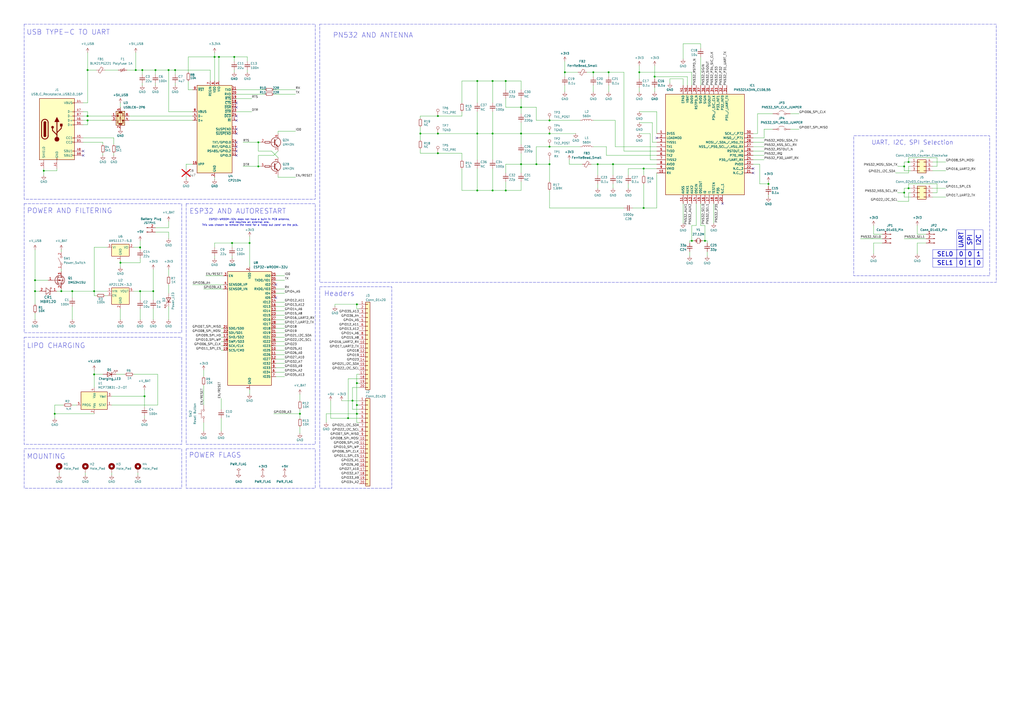
<source format=kicad_sch>
(kicad_sch (version 20231120) (generator "eeschema") (generator_version "8.0")
  (paper "A2")
  (title_block (title "ESP32 Board") (rev "1.0") (comment 1 "https://www.youtube.com/watch?v=b-7bMl6fJio") (comment 2 "https://cdn-learn.adafruit.com/assets/assets/000/041/630/original/feather_schem.png?1494449413") (comment 3 "https://dl.espressif.com/dl/schematics/ESP32-Core-Board-V2_sch.pdf"))
  (junction (at 527.05 109.22))
  (junction (at 373.38 97.79))
  (junction (at 173.99 240.03))
  (junction (at 373.38 120.65))
  (junction (at 207.01 234.95))
  (junction (at 276.86 110.49))
  (junction (at 524.51 111.76))
  (junction (at 201.93 242.57))
  (junction (at 207.01 240.03))
  (junction (at 207.01 222.25))
  (junction (at 524.51 96.52))
  (junction (at 207.01 176.53))
  (junction (at 302.26 62.23))
  (junction (at 293.37 110.49))
  (junction (at 346.71 95.25))
  (junction (at 318.77 77.47))
  (junction (at 285.75 77.47))
  (junction (at 445.77 106.68))
  (junction (at 41.91 168.91))
  (junction (at 97.79 40.64))
  (junction (at 134.62 140.97))
  (junction (at 243.84 77.47))
  (junction (at 254 88.9))
  (junction (at 355.6 95.25))
  (junction (at 54.61 217.17))
  (junction (at 31.75 240.03))
  (junction (at 69.85 152.4))
  (junction (at 344.17 41.91))
  (junction (at 276.86 46.99))
  (junction (at 54.61 168.91))
  (junction (at 101.6 40.64))
  (junction (at 25.4 99.06))
  (junction (at 318.77 95.25))
  (junction (at 353.06 41.91))
  (junction (at 81.28 168.91))
  (junction (at 285.75 46.99))
  (junction (at 293.37 46.99))
  (junction (at 50.8 69.85))
  (junction (at 20.32 162.56))
  (junction (at 149.86 96.52))
  (junction (at 50.8 67.31))
  (junction (at 127 33.02))
  (junction (at 144.78 140.97))
  (junction (at 20.32 168.91))
  (junction (at 254 77.47))
  (junction (at 82.55 40.64))
  (junction (at 302.26 95.25))
  (junction (at 318.77 85.09))
  (junction (at 81.28 143.51))
  (junction (at 276.86 77.47))
  (junction (at 254 67.31))
  (junction (at 379.73 44.45))
  (junction (at 88.9 168.91))
  (junction (at 401.32 139.7))
  (junction (at 135.89 33.02))
  (junction (at 408.94 139.7))
  (junction (at 149.86 82.55))
  (junction (at 204.47 232.41))
  (junction (at 311.15 95.25))
  (junction (at 302.26 77.47))
  (junction (at 124.46 33.02))
  (junction (at 50.8 40.64))
  (junction (at 83.82 229.87))
  (junction (at 285.75 110.49))
  (junction (at 370.84 41.91))
  (junction (at 78.74 40.64))
  (junction (at 327.66 41.91))
  (junction (at 318.77 69.85))
  (junction (at 35.56 168.91))
  (junction (at 527.05 93.98))
  (junction (at 90.17 40.64))
  (no_connect (at 137.16 62.23))
  (no_connect (at 137.16 87.63))
  (no_connect (at 137.16 77.47))
  (no_connect (at 436.88 97.79))
  (no_connect (at 160.02 172.72))
  (no_connect (at 48.26 90.17))
  (no_connect (at 48.26 87.63))
  (no_connect (at 137.16 85.09))
  (no_connect (at 137.16 59.69))
  (no_connect (at 137.16 69.85))
  (no_connect (at 137.16 67.31))
  (no_connect (at 436.88 100.33))
  (no_connect (at 137.16 74.93))
  (no_connect (at 381 80.01))
  (no_connect (at 137.16 90.17))
  (no_connect (at 137.16 82.55))
  (no_connect (at 419.1 118.11))
  (no_connect (at 160.02 165.1))
  (wire (pts (xy 81.28 139.7) (xy 81.28 143.51)))
  (wire (pts (xy 541.02 96.52) (xy 543.56 96.52)))
  (wire (pts (xy 443.23 74.93) (xy 448.31 74.93)))
  (wire (pts (xy 101.6 48.26) (xy 101.6 49.53)))
  (wire (pts (xy 143.51 40.64) (xy 143.51 41.91)))
  (wire (pts (xy 351.79 90.17) (xy 351.79 85.09)))
  (wire (pts (xy 33.02 168.91) (xy 35.56 168.91)))
  (wire (pts (xy 48.26 80.01) (xy 66.04 80.01)))
  (wire (pts (xy 355.6 95.25) (xy 355.6 101.6)))
  (wire (pts (xy 355.6 106.68) (xy 355.6 109.22)))
  (wire (pts (xy 41.91 168.91) (xy 41.91 172.72)))
  (wire (pts (xy 381 82.55) (xy 378.46 82.55)))
  (wire (pts (xy 254 77.47) (xy 276.86 77.47)))
  (wire (pts (xy 410.21 146.05) (xy 410.21 148.59)))
  (wire (pts (xy 173.99 237.49) (xy 173.99 240.03)))
  (wire (pts (xy 201.93 242.57) (xy 208.28 242.57)))
  (wire (pts (xy 128.27 231.14) (xy 128.27 237.49)))
  (wire (pts (xy 378.46 82.55) (xy 378.46 71.12)))
  (wire (pts (xy 267.97 46.99) (xy 276.86 46.99)))
  (wire (pts (xy 149.86 90.17) (xy 149.86 96.52)))
  (wire (pts (xy 439.42 66.04) (xy 448.31 66.04)))
  (wire (pts (xy 401.32 49.53) (xy 401.32 41.91)))
  (wire (pts (xy 285.75 64.77) (xy 285.75 77.47)))
  (wire (pts (xy 204.47 224.79) (xy 204.47 232.41)))
  (wire (pts (xy 31.75 234.95) (xy 31.75 240.03)))
  (wire (pts (xy 293.37 100.33) (xy 293.37 95.25)))
  (wire (pts (xy 88.9 168.91) (xy 88.9 173.99)))
  (wire (pts (xy 109.22 52.07) (xy 109.22 46.99)))
  (wire (pts (xy 398.78 44.45) (xy 379.73 44.45)))
  (wire (pts (xy 293.37 95.25) (xy 302.26 95.25)))
  (wire (pts (xy 361.95 41.91) (xy 353.06 41.91)))
  (wire (pts (xy 66.04 80.01) (xy 66.04 83.82)))
  (wire (pts (xy 511.81 135.89) (xy 506.73 135.89)))
  (wire (pts (xy 285.75 77.47) (xy 302.26 77.47)))
  (wire (pts (xy 124.46 140.97) (xy 124.46 143.51)))
  (wire (pts (xy 370.84 64.77) (xy 381 64.77)))
  (wire (pts (xy 440.69 95.25) (xy 440.69 106.68)))
  (wire (pts (xy 20.32 162.56) (xy 20.32 168.91)))
  (wire (pts (xy 54.61 168.91) (xy 62.23 168.91)))
  (wire (pts (xy 191.77 242.57) (xy 201.93 242.57)))
  (wire (pts (xy 396.24 118.11) (xy 396.24 129.54)))
  (wire (pts (xy 90.17 132.08) (xy 97.79 132.08)))
  (wire (pts (xy 254 88.9) (xy 267.97 88.9)))
  (wire (pts (xy 20.32 144.78) (xy 20.32 162.56)))
  (wire (pts (xy 403.86 118.11) (xy 403.86 130.81)))
  (wire (pts (xy 54.61 171.45) (xy 54.61 168.91)))
  (wire (pts (xy 445.77 113.03) (xy 445.77 114.3)))
  (wire (pts (xy 160.02 170.18) (xy 165.1 170.18)))
  (wire (pts (xy 302.26 77.47) (xy 302.26 83.82)))
  (wire (pts (xy 54.61 143.51) (xy 62.23 143.51)))
  (wire (pts (xy 48.26 82.55) (xy 59.69 82.55)))
  (wire (pts (xy 318.77 85.09) (xy 311.15 85.09)))
  (wire (pts (xy 161.29 91.44) (xy 157.48 87.63)))
  (wire (pts (xy 118.11 218.44) (xy 118.11 214.63)))
  (wire (pts (xy 25.4 99.06) (xy 25.4 101.6)))
  (wire (pts (xy 520.7 116.84) (xy 527.05 116.84)))
  (wire (pts (xy 302.26 95.25) (xy 302.26 100.33)))
  (wire (pts (xy 330.2 95.25) (xy 330.2 92.71)))
  (wire (pts (xy 311.15 95.25) (xy 318.77 95.25)))
  (wire (pts (xy 243.84 68.58) (xy 243.84 67.31)))
  (wire (pts (xy 207.01 217.17) (xy 207.01 222.25)))
  (wire (pts (xy 160.02 213.36) (xy 165.1 213.36)))
  (wire (pts (xy 77.47 143.51) (xy 81.28 143.51)))
  (wire (pts (xy 67.31 217.17) (xy 72.39 217.17)))
  (wire (pts (xy 327.66 49.53) (xy 327.66 53.34)))
  (wire (pts (xy 41.91 177.8) (xy 41.91 185.42)))
  (wire (pts (xy 458.47 74.93) (xy 463.55 74.93)))
  (wire (pts (xy 90.17 40.64) (xy 90.17 43.18)))
  (wire (pts (xy 173.99 240.03) (xy 173.99 242.57)))
  (wire (pts (xy 302.26 46.99) (xy 302.26 52.07)))
  (wire (pts (xy 160.02 162.56) (xy 165.1 162.56)))
  (wire (pts (xy 285.75 97.79) (xy 285.75 110.49)))
  (wire (pts (xy 340.36 41.91) (xy 344.17 41.91)))
  (wire (pts (xy 160.02 167.64) (xy 165.1 167.64)))
  (wire (pts (xy 439.42 77.47) (xy 436.88 77.47)))
  (wire (pts (xy 198.12 232.41) (xy 204.47 232.41)))
  (wire (pts (xy 208.28 179.07) (xy 207.01 179.07)))
  (wire (pts (xy 88.9 179.07) (xy 88.9 185.42)))
  (wire (pts (xy 532.13 140.97) (xy 532.13 147.32)))
  (wire (pts (xy 370.84 38.1) (xy 370.84 41.91)))
  (wire (pts (xy 373.38 106.68) (xy 373.38 120.65)))
  (wire (pts (xy 293.37 110.49) (xy 302.26 110.49)))
  (wire (pts (xy 520.7 96.52) (xy 524.51 96.52)))
  (wire (pts (xy 137.16 64.77) (xy 146.05 64.77)))
  (wire (pts (xy 118.11 167.64) (xy 129.54 167.64)))
  (wire (pts (xy 149.86 82.55) (xy 149.86 87.63)))
  (wire (pts (xy 267.97 64.77) (xy 267.97 67.31)))
  (wire (pts (xy 49.53 274.32) (xy 49.53 275.59)))
  (wire (pts (xy 119.38 160.02) (xy 129.54 160.02)))
  (wire (pts (xy 346.71 106.68) (xy 346.71 109.22)))
  (wire (pts (xy 524.51 99.06) (xy 524.51 96.52)))
  (wire (pts (xy 20.32 162.56) (xy 27.94 162.56)))
  (wire (pts (xy 370.84 77.47) (xy 377.19 77.47)))
  (wire (pts (xy 160.02 187.96) (xy 165.1 187.96)))
  (wire (pts (xy 160.02 208.28) (xy 165.1 208.28)))
  (wire (pts (xy 90.17 48.26) (xy 90.17 49.53)))
  (wire (pts (xy 406.4 25.4) (xy 406.4 27.94)))
  (wire (pts (xy 443.23 74.93) (xy 443.23 80.01)))
  (wire (pts (xy 111.76 165.1) (xy 129.54 165.1)))
  (wire (pts (xy 506.73 140.97) (xy 506.73 147.32)))
  (wire (pts (xy 158.75 54.61) (xy 171.45 54.61)))
  (wire (pts (xy 189.23 240.03) (xy 207.01 240.03)))
  (wire (pts (xy 149.86 90.17) (xy 158.75 90.17)))
  (wire (pts (xy 548.64 93.98) (xy 541.02 93.98)))
  (wire (pts (xy 60.96 40.64) (xy 68.58 40.64)))
  (wire (pts (xy 83.82 229.87) (xy 83.82 236.22)))
  (wire (pts (xy 344.17 41.91) (xy 344.17 44.45)))
  (wire (pts (xy 50.8 67.31) (xy 64.77 67.31)))
  (wire (pts (xy 327.66 41.91) (xy 327.66 44.45)))
  (wire (pts (xy 173.99 228.6) (xy 173.99 232.41)))
  (wire (pts (xy 50.8 64.77) (xy 50.8 67.31)))
  (wire (pts (xy 370.84 41.91) (xy 370.84 45.72)))
  (wire (pts (xy 443.23 80.01) (xy 436.88 80.01)))
  (wire (pts (xy 41.91 234.95) (xy 44.45 234.95)))
  (wire (pts (xy 335.28 41.91) (xy 327.66 41.91)))
  (wire (pts (xy 54.61 217.17) (xy 59.69 217.17)))
  (wire (pts (xy 81.28 144.78) (xy 81.28 143.51)))
  (wire (pts (xy 144.78 137.16) (xy 144.78 140.97)))
  (wire (pts (xy 137.16 57.15) (xy 146.05 57.15)))
  (wire (pts (xy 403.86 130.81) (xy 401.32 130.81)))
  (wire (pts (xy 54.61 217.17) (xy 54.61 224.79)))
  (wire (pts (xy 74.93 67.31) (xy 111.76 67.31)))
  (wire (pts (xy 208.28 245.11) (xy 207.01 245.11)))
  (wire (pts (xy 77.47 217.17) (xy 91.44 217.17)))
  (wire (pts (xy 406.4 130.81) (xy 408.94 130.81)))
  (wire (pts (xy 74.93 69.85) (xy 111.76 69.85)))
  (wire (pts (xy 97.79 156.21) (xy 97.79 160.02)))
  (wire (pts (xy 381 87.63) (xy 361.95 87.63)))
  (wire (pts (xy 41.91 168.91) (xy 54.61 168.91)))
  (wire (pts (xy 373.38 97.79) (xy 373.38 101.6)))
  (wire (pts (xy 69.85 152.4) (xy 69.85 154.94)))
  (wire (pts (xy 33.02 99.06) (xy 25.4 99.06)))
  (wire (pts (xy 160.02 205.74) (xy 165.1 205.74)))
  (wire (pts (xy 524.51 138.43) (xy 537.21 138.43)))
  (wire (pts (xy 124.46 140.97) (xy 134.62 140.97)))
  (wire (pts (xy 302.26 62.23) (xy 302.26 66.04)))
  (wire (pts (xy 524.51 93.98) (xy 524.51 96.52)))
  (wire (pts (xy 527.05 116.84) (xy 527.05 111.76)))
  (wire (pts (xy 149.86 96.52) (xy 151.13 96.52)))
  (wire (pts (xy 118.11 234.95) (xy 118.11 223.52)))
  (wire (pts (xy 54.61 143.51) (xy 54.61 168.91)))
  (wire (pts (xy 293.37 46.99) (xy 293.37 52.07)))
  (wire (pts (xy 208.28 217.17) (xy 207.01 217.17)))
  (wire (pts (xy 396.24 25.4) (xy 396.24 34.29)))
  (wire (pts (xy 90.17 40.64) (xy 97.79 40.64)))
  (wire (pts (xy 276.86 59.69) (xy 276.86 46.99)))
  (wire (pts (xy 207.01 222.25) (xy 207.01 234.95)))
  (wire (pts (xy 318.77 77.47) (xy 334.01 77.47)))
  (wire (pts (xy 35.56 167.64) (xy 35.56 168.91)))
  (wire (pts (xy 78.74 40.64) (xy 78.74 30.48)))
  (wire (pts (xy 527.05 111.76) (xy 528.32 111.76)))
  (wire (pts (xy 318.77 120.65) (xy 318.77 110.49)))
  (wire (pts (xy 436.88 95.25) (xy 440.69 95.25)))
  (wire (pts (xy 64.77 234.95) (xy 91.44 234.95)))
  (wire (pts (xy 396.24 45.72) (xy 396.24 49.53)))
  (wire (pts (xy 318.77 69.85) (xy 336.55 69.85)))
  (wire (pts (xy 276.86 64.77) (xy 276.86 77.47)))
  (wire (pts (xy 379.73 50.8) (xy 379.73 53.34)))
  (wire (pts (xy 48.26 59.69) (xy 50.8 59.69)))
  (wire (pts (xy 364.49 97.79) (xy 364.49 101.6)))
  (wire (pts (xy 396.24 25.4) (xy 406.4 25.4)))
  (wire (pts (xy 443.23 92.71) (xy 436.88 92.71)))
  (wire (pts (xy 445.77 106.68) (xy 445.77 107.95)))
  (wire (pts (xy 243.84 77.47) (xy 254 77.47)))
  (wire (pts (xy 267.97 67.31) (xy 254 67.31)))
  (wire (pts (xy 302.26 95.25) (xy 311.15 95.25)))
  (wire (pts (xy 527.05 96.52) (xy 527.05 100.33)))
  (wire (pts (xy 81.28 168.91) (xy 88.9 168.91)))
  (wire (pts (xy 90.17 134.62) (xy 97.79 134.62)))
  (wire (pts (xy 128.27 193.04) (xy 129.54 193.04)))
  (wire (pts (xy 128.27 190.5) (xy 129.54 190.5)))
  (wire (pts (xy 160.02 185.42) (xy 165.1 185.42)))
  (wire (pts (xy 548.64 99.06) (xy 541.02 99.06)))
  (wire (pts (xy 381 85.09) (xy 356.87 85.09)))
  (wire (pts (xy 81.28 179.07) (xy 81.28 185.42)))
  (wire (pts (xy 373.38 120.65) (xy 367.03 120.65)))
  (wire (pts (xy 97.79 165.1) (xy 97.79 170.18)))
  (wire (pts (xy 527.05 91.44) (xy 527.05 93.98)))
  (wire (pts (xy 408.94 130.81) (xy 408.94 139.7)))
  (wire (pts (xy 35.56 144.78) (xy 35.56 146.05)))
  (wire (pts (xy 135.89 40.64) (xy 135.89 41.91)))
  (wire (pts (xy 408.94 139.7) (xy 407.67 139.7)))
  (wire (pts (xy 160.02 203.2) (xy 165.1 203.2)))
  (wire (pts (xy 443.23 87.63) (xy 436.88 87.63)))
  (wire (pts (xy 137.16 52.07) (xy 153.67 52.07)))
  (wire (pts (xy 107.95 102.87) (xy 107.95 104.14)))
  (wire (pts (xy 35.56 156.21) (xy 35.56 157.48)))
  (wire (pts (xy 82.55 40.64) (xy 90.17 40.64)))
  (wire (pts (xy 189.23 240.03) (xy 189.23 245.11)))
  (wire (pts (xy 204.47 237.49) (xy 204.47 232.41)))
  (wire (pts (xy 361.95 87.63) (xy 361.95 41.91)))
  (wire (pts (xy 528.32 109.22) (xy 527.05 109.22)))
  (wire (pts (xy 311.15 85.09) (xy 311.15 95.25)))
  (wire (pts (xy 440.69 106.68) (xy 445.77 106.68)))
  (wire (pts (xy 410.21 139.7) (xy 408.94 139.7)))
  (wire (pts (xy 127 33.02) (xy 124.46 33.02)))
  (wire (pts (xy 318.77 92.71) (xy 318.77 95.25)))
  (wire (pts (xy 97.79 40.64) (xy 97.79 64.77)))
  (wire (pts (xy 160.02 193.04) (xy 165.1 193.04)))
  (wire (pts (xy 161.29 102.87) (xy 171.45 102.87)))
  (wire (pts (xy 377.19 92.71) (xy 381 92.71)))
  (wire (pts (xy 149.86 82.55) (xy 151.13 82.55)))
  (wire (pts (xy 73.66 40.64) (xy 78.74 40.64)))
  (wire (pts (xy 134.62 140.97) (xy 134.62 143.51)))
  (wire (pts (xy 398.78 49.53) (xy 398.78 44.45)))
  (wire (pts (xy 353.06 49.53) (xy 353.06 53.34)))
  (wire (pts (xy 127 33.02) (xy 127 46.99)))
  (wire (pts (xy 137.16 54.61) (xy 153.67 54.61)))
  (wire (pts (xy 160.02 182.88) (xy 165.1 182.88)))
  (wire (pts (xy 48.26 72.39) (xy 50.8 72.39)))
  (wire (pts (xy 285.75 46.99) (xy 293.37 46.99)))
  (wire (pts (xy 344.17 49.53) (xy 344.17 53.34)))
  (wire (pts (xy 50.8 72.39) (xy 50.8 69.85)))
  (wire (pts (xy 267.97 88.9) (xy 267.97 92.71)))
  (wire (pts (xy 406.4 118.11) (xy 406.4 130.81)))
  (wire (pts (xy 80.01 274.32) (xy 80.01 275.59)))
  (wire (pts (xy 81.28 168.91) (xy 81.28 173.99)))
  (wire (pts (xy 511.81 140.97) (xy 506.73 140.97)))
  (wire (pts (xy 414.02 118.11) (xy 414.02 129.54)))
  (wire (pts (xy 128.27 200.66) (xy 129.54 200.66)))
  (wire (pts (xy 400.05 139.7) (xy 400.05 140.97)))
  (wire (pts (xy 124.46 30.48) (xy 124.46 33.02)))
  (wire (pts (xy 140.97 82.55) (xy 149.86 82.55)))
  (wire (pts (xy 50.8 69.85) (xy 64.77 69.85)))
  (wire (pts (xy 64.77 274.32) (xy 64.77 275.59)))
  (wire (pts (xy 107.95 95.25) (xy 111.76 95.25)))
  (wire (pts (xy 506.73 135.89) (xy 506.73 130.81)))
  (wire (pts (xy 124.46 148.59) (xy 124.46 149.86)))
  (wire (pts (xy 406.4 33.02) (xy 406.4 49.53)))
  (wire (pts (xy 302.26 88.9) (xy 302.26 95.25)))
  (wire (pts (xy 208.28 222.25) (xy 207.01 222.25)))
  (wire (pts (xy 361.95 120.65) (xy 318.77 120.65)))
  (wire (pts (xy 207.01 240.03) (xy 208.28 240.03)))
  (wire (pts (xy 97.79 64.77) (xy 111.76 64.77)))
  (wire (pts (xy 528.32 114.3) (xy 524.51 114.3)))
  (wire (pts (xy 20.32 181.61) (xy 20.32 185.42)))
  (wire (pts (xy 344.17 85.09) (xy 351.79 85.09)))
  (wire (pts (xy 293.37 57.15) (xy 293.37 62.23)))
  (wire (pts (xy 519.43 100.33) (xy 527.05 100.33)))
  (wire (pts (xy 128.27 242.57) (xy 128.27 250.19)))
  (wire (pts (xy 276.86 77.47) (xy 285.75 77.47)))
  (wire (pts (xy 207.01 176.53) (xy 194.31 176.53)))
  (wire (pts (xy 69.85 151.13) (xy 69.85 152.4)))
  (wire (pts (xy 134.62 140.97) (xy 144.78 140.97)))
  (wire (pts (xy 107.95 95.25) (xy 107.95 97.79)))
  (wire (pts (xy 160.02 195.58) (xy 165.1 195.58)))
  (wire (pts (xy 97.79 177.8) (xy 97.79 185.42)))
  (wire (pts (xy 20.32 168.91) (xy 22.86 168.91)))
  (wire (pts (xy 50.8 30.48) (xy 50.8 40.64)))
  (wire (pts (xy 499.11 138.43) (xy 511.81 138.43)))
  (wire (pts (xy 293.37 62.23) (xy 302.26 62.23)))
  (wire (pts (xy 243.84 67.31) (xy 254 67.31)))
  (wire (pts (xy 59.69 82.55) (xy 59.69 83.82)))
  (wire (pts (xy 381 90.17) (xy 351.79 90.17)))
  (wire (pts (xy 124.46 102.87) (xy 124.46 104.14)))
  (wire (pts (xy 54.61 214.63) (xy 54.61 217.17)))
  (wire (pts (xy 524.51 99.06) (xy 528.32 99.06)))
  (wire (pts (xy 208.28 237.49) (xy 204.47 237.49)))
  (wire (pts (xy 31.75 234.95) (xy 36.83 234.95)))
  (wire (pts (xy 127 33.02) (xy 135.89 33.02)))
  (wire (pts (xy 160.02 218.44) (xy 165.1 218.44)))
  (wire (pts (xy 207.01 234.95) (xy 208.28 234.95)))
  (wire (pts (xy 337.82 95.25) (xy 330.2 95.25)))
  (wire (pts (xy 353.06 44.45) (xy 353.06 41.91)))
  (wire (pts (xy 445.77 105.41) (xy 445.77 106.68)))
  (wire (pts (xy 532.13 135.89) (xy 532.13 130.81)))
  (wire (pts (xy 60.96 171.45) (xy 62.23 171.45)))
  (wire (pts (xy 81.28 152.4) (xy 69.85 152.4)))
  (wire (pts (xy 140.97 96.52) (xy 149.86 96.52)))
  (wire (pts (xy 243.84 73.66) (xy 243.84 77.47)))
  (wire (pts (xy 50.8 40.64) (xy 55.88 40.64)))
  (wire (pts (xy 173.99 247.65) (xy 173.99 251.46)))
  (wire (pts (xy 82.55 40.64) (xy 82.55 43.18)))
  (wire (pts (xy 97.79 40.64) (xy 101.6 40.64)))
  (wire (pts (xy 302.26 62.23) (xy 311.15 62.23)))
  (wire (pts (xy 78.74 40.64) (xy 82.55 40.64)))
  (wire (pts (xy 128.27 195.58) (xy 129.54 195.58)))
  (wire (pts (xy 20.32 168.91) (xy 20.32 176.53)))
  (wire (pts (xy 25.4 97.79) (xy 25.4 99.06)))
  (wire (pts (xy 293.37 105.41) (xy 293.37 110.49)))
  (wire (pts (xy 344.17 69.85) (xy 356.87 69.85)))
  (wire (pts (xy 302.26 57.15) (xy 302.26 62.23)))
  (wire (pts (xy 378.46 71.12) (xy 370.84 71.12)))
  (wire (pts (xy 160.02 160.02) (xy 165.1 160.02)))
  (wire (pts (xy 91.44 234.95) (xy 91.44 217.17)))
  (wire (pts (xy 208.28 176.53) (xy 207.01 176.53)))
  (wire (pts (xy 527.05 106.68) (xy 527.05 109.22)))
  (wire (pts (xy 524.51 109.22) (xy 524.51 111.76)))
  (wire (pts (xy 370.84 41.91) (xy 401.32 41.91)))
  (wire (pts (xy 267.97 59.69) (xy 267.97 46.99)))
  (wire (pts (xy 83.82 229.87) (xy 83.82 226.06)))
  (wire (pts (xy 160.02 198.12) (xy 165.1 198.12)))
  (wire (pts (xy 527.05 93.98) (xy 524.51 93.98)))
  (wire (pts (xy 204.47 232.41) (xy 208.28 232.41)))
  (wire (pts (xy 143.51 33.02) (xy 143.51 35.56)))
  (wire (pts (xy 161.29 76.2) (xy 171.45 76.2)))
  (wire (pts (xy 285.75 77.47) (xy 285.75 92.71)))
  (wire (pts (xy 443.23 85.09) (xy 436.88 85.09)))
  (wire (pts (xy 34.29 274.32) (xy 34.29 275.59)))
  (wire (pts (xy 524.51 114.3) (xy 524.51 111.76)))
  (wire (pts (xy 124.46 33.02) (xy 124.46 46.99)))
  (wire (pts (xy 381 100.33) (xy 381 120.65)))
  (wire (pts (xy 66.04 88.9) (xy 66.04 90.17)))
  (wire (pts (xy 128.27 203.2) (xy 129.54 203.2)))
  (wire (pts (xy 381 120.65) (xy 373.38 120.65)))
  (wire (pts (xy 149.86 87.63) (xy 157.48 87.63)))
  (wire (pts (xy 208.28 224.79) (xy 204.47 224.79)))
  (wire (pts (xy 194.31 176.53) (xy 194.31 177.8)))
  (wire (pts (xy 101.6 40.64) (xy 101.6 43.18)))
  (wire (pts (xy 144.78 140.97) (xy 144.78 154.94)))
  (wire (pts (xy 267.97 97.79) (xy 267.97 110.49)))
  (wire (pts (xy 439.42 66.04) (xy 439.42 77.47)))
  (wire (pts (xy 285.75 46.99) (xy 285.75 59.69)))
  (wire (pts (xy 81.28 149.86) (xy 81.28 152.4)))
  (wire (pts (xy 88.9 156.21) (xy 88.9 168.91)))
  (wire (pts (xy 302.26 105.41) (xy 302.26 110.49)))
  (wire (pts (xy 400.05 146.05) (xy 400.05 148.59)))
  (wire (pts (xy 276.86 46.99) (xy 285.75 46.99)))
  (wire (pts (xy 327.66 35.56) (xy 327.66 41.91)))
  (wire (pts (xy 276.86 110.49) (xy 285.75 110.49)))
  (wire (pts (xy 276.86 97.79) (xy 276.86 110.49)))
  (wire (pts (xy 134.62 148.59) (xy 134.62 149.86)))
  (wire (pts (xy 48.26 64.77) (xy 50.8 64.77)))
  (wire (pts (xy 191.77 232.41) (xy 191.77 242.57)))
  (wire (pts (xy 381 64.77) (xy 381 77.47)))
  (wire (pts (xy 158.75 52.07) (xy 171.45 52.07)))
  (wire (pts (xy 548.64 109.22) (xy 541.02 109.22)))
  (wire (pts (xy 160.02 200.66) (xy 165.1 200.66)))
  (wire (pts (xy 101.6 40.64) (xy 121.92 40.64)))
  (wire (pts (xy 370.84 50.8) (xy 370.84 53.34)))
  (wire (pts (xy 443.23 82.55) (xy 436.88 82.55)))
  (wire (pts (xy 160.02 180.34) (xy 165.1 180.34)))
  (wire (pts (xy 388.62 48.26) (xy 388.62 45.72)))
  (wire (pts (xy 543.56 91.44) (xy 527.05 91.44)))
  (wire (pts (xy 410.21 139.7) (xy 410.21 140.97)))
  (wire (pts (xy 33.02 97.79) (xy 33.02 99.06)))
  (wire (pts (xy 342.9 95.25) (xy 346.71 95.25)))
  (wire (pts (xy 59.69 88.9) (xy 59.69 90.17)))
  (wire (pts (xy 128.27 198.12) (xy 129.54 198.12)))
  (wire (pts (xy 527.05 109.22) (xy 524.51 109.22)))
  (wire (pts (xy 353.06 41.91) (xy 344.17 41.91)))
  (wire (pts (xy 276.86 77.47) (xy 276.86 92.71)))
  (wire (pts (xy 377.19 77.47) (xy 377.19 92.71)))
  (wire (pts (xy 311.15 62.23) (xy 311.15 69.85)))
  (wire (pts (xy 31.75 240.03) (xy 54.61 240.03)))
  (wire (pts (xy 144.78 226.06) (xy 144.78 228.6)))
  (wire (pts (xy 364.49 106.68) (xy 364.49 109.22)))
  (wire (pts (xy 537.21 135.89) (xy 532.13 135.89)))
  (wire (pts (xy 82.55 48.26) (xy 82.55 49.53)))
  (wire (pts (xy 541.02 111.76) (xy 543.56 111.76)))
  (wire (pts (xy 207.01 234.95) (xy 207.01 240.03)))
  (wire (pts (xy 48.26 69.85) (xy 50.8 69.85)))
  (wire (pts (xy 381 97.79) (xy 373.38 97.79)))
  (wire (pts (xy 543.56 96.52) (xy 543.56 91.44)))
  (wire (pts (xy 388.62 45.72) (xy 396.24 45.72)))
  (wire (pts (xy 318.77 85.09) (xy 336.55 85.09)))
  (wire (pts (xy 135.89 33.02) (xy 143.51 33.02)))
  (wire (pts (xy 31.75 240.03) (xy 31.75 242.57)))
  (wire (pts (xy 64.77 229.87) (xy 83.82 229.87)))
  (wire (pts (xy 443.23 90.17) (xy 436.88 90.17)))
  (wire (pts (xy 50.8 59.69) (xy 50.8 40.64)))
  (wire (pts (xy 69.85 179.07) (xy 69.85 185.42)))
  (wire (pts (xy 285.75 110.49) (xy 293.37 110.49)))
  (wire (pts (xy 161.29 87.63) (xy 158.75 90.17)))
  (wire (pts (xy 537.21 140.97) (xy 532.13 140.97)))
  (wire (pts (xy 543.56 106.68) (xy 527.05 106.68)))
  (wire (pts (xy 243.84 77.47) (xy 243.84 81.28)))
  (wire (pts (xy 160.02 175.26) (xy 165.1 175.26)))
  (wire (pts (xy 160.02 190.5) (xy 165.1 190.5)))
  (wire (pts (xy 207.01 245.11) (xy 207.01 240.03)))
  (wire (pts (xy 243.84 86.36) (xy 243.84 88.9)))
  (wire (pts (xy 548.64 114.3) (xy 541.02 114.3)))
  (wire (pts (xy 400.05 139.7) (xy 401.32 139.7)))
  (wire (pts (xy 318.77 95.25) (xy 318.77 105.41)))
  (wire (pts (xy 401.32 139.7) (xy 402.59 139.7)))
  (wire (pts (xy 243.84 88.9) (xy 254 88.9)))
  (wire (pts (xy 346.71 95.25) (xy 346.71 101.6)))
  (wire (pts (xy 401.32 130.81) (xy 401.32 139.7)))
  (wire (pts (xy 35.56 168.91) (xy 41.91 168.91)))
  (wire (pts (xy 97.79 134.62) (xy 97.79 138.43)))
  (wire (pts (xy 379.73 44.45) (xy 379.73 45.72)))
  (wire (pts (xy 69.85 59.69) (xy 69.85 62.23)))
  (wire (pts (xy 121.92 40.64) (xy 121.92 46.99)))
  (wire (pts (xy 463.55 66.04) (xy 458.47 66.04)))
  (wire (pts (xy 160.02 215.9) (xy 165.1 215.9)))
  (wire (pts (xy 355.6 95.25) (xy 381 95.25)))
  (wire (pts (xy 267.97 110.49) (xy 276.86 110.49)))
  (wire (pts (xy 135.89 33.02) (xy 135.89 35.56)))
  (wire (pts (xy 109.22 33.02) (xy 124.46 33.02)))
  (wire (pts (xy 302.26 77.47) (xy 318.77 77.47)))
  (wire (pts (xy 528.32 93.98) (xy 527.05 93.98)))
  (wire (pts (xy 109.22 41.91) (xy 109.22 33.02)))
  (wire (pts (xy 161.29 76.2) (xy 161.29 77.47)))
  (wire (pts (xy 293.37 46.99) (xy 302.26 46.99)))
  (wire (pts (xy 83.82 241.3) (xy 83.82 242.57)))
  (wire (pts (xy 207.01 179.07) (xy 207.01 176.53)))
  (wire (pts (xy 543.56 111.76) (xy 543.56 106.68)))
  (wire (pts (xy 111.76 52.07) (xy 109.22 52.07)))
  (wire (pts (xy 55.88 171.45) (xy 54.61 171.45)))
  (wire (pts (xy 160.02 210.82) (xy 165.1 210.82)))
  (wire (pts (xy 118.11 245.11) (xy 118.11 250.19)))
  (wire (pts (xy 50.8 67.31) (xy 48.26 67.31)))
  (wire (pts (xy 201.93 219.71) (xy 208.28 219.71)))
  (wire (pts (xy 158.75 240.03) (xy 173.99 240.03)))
  (wire (pts (xy 318.77 69.85) (xy 311.15 69.85)))
  (wire (pts (xy 379.73 38.1) (xy 379.73 44.45)))
  (wire (pts (xy 520.7 111.76) (xy 524.51 111.76)))
  (wire (pts (xy 201.93 219.71) (xy 201.93 242.57)))
  (wire (pts (xy 527.05 96.52) (xy 528.32 96.52)))
  (wire (pts (xy 161.29 101.6) (xy 161.29 102.87)))
  (wire (pts (xy 364.49 97.79) (xy 373.38 97.79)))
  (wire (pts (xy 302.26 71.12) (xy 302.26 77.47)))
  (wire (pts (xy 356.87 85.09) (xy 356.87 69.85)))
  (wire (pts (xy 160.02 177.8) (xy 165.1 177.8)))
  (wire (pts (xy 97.79 132.08) (xy 97.79 128.27)))
  (wire (pts (xy 346.71 95.25) (xy 355.6 95.25)))
  (wire (pts (xy 77.47 168.91) (xy 81.28 168.91)))
  (rectangle (start 185.42 166.37) (end 227.33 283.21) (stroke (width 0) (type dash)))
  (rectangle (start 495.3 78.74) (end 574.04 160.02) (stroke (width 0) (type dash)))
  (rectangle (start 185.42 13.97) (end 577.85 163.83) (stroke (width 0) (type dash)))
  (rectangle (start 107.95 260.35) (end 182.88 283.21) (stroke (width 0) (type dash)))
  (rectangle (start 13.97 195.58) (end 105.41 257.81) (stroke (width 0) (type dash)))
  (rectangle (start 13.97 260.35) (end 105.41 283.21) (stroke (width 0) (type dash)))
  (rectangle (start 107.95 118.11) (end 182.88 257.81) (stroke (width 0) (type dash)))
  (rectangle (start 13.97 13.97) (end 182.88 115.57) (stroke (width 0) (type dash)))
  (rectangle (start 13.97 118.11) (end 105.41 193.04) (stroke (width 0) (type dash)))
  (text_box "SPI" (at 560.07 133.35 90) (size 5.08 11.43) (effects (font (size 2.54 2.54) (thickness 0.381) (bold yes))))
  (text_box "1" (at 560.07 149.86 0) (size 5.08 5.08) (effects (font (size 2.54 2.54) (thickness 0.381) (bold yes))))
  (text_box "0" (at 554.99 144.78 0) (size 5.08 5.08) (effects (font (size 2.54 2.54) (thickness 0.381) (bold yes))))
  (text_box "0" (at 554.99 149.86 0) (size 5.08 5.08) (effects (font (size 2.54 2.54) (thickness 0.381) (bold yes))))
  (text_box "I2C" (at 565.15 133.35 90) (size 5.08 11.43) (effects (font (size 2.54 2.54) (thickness 0.381) (bold yes))))
  (text_box "0" (at 565.15 149.86 0) (size 5.08 5.08) (effects (font (size 2.54 2.54) (thickness 0.381) (bold yes))))
  (text_box "SEL0" (at 541.02 144.78 0) (size 13.97 5.08) (effects (font (size 2.54 2.54) (thickness 0.381) (bold yes)) (justify right)))
  (text_box "UART" (at 554.99 133.35 90) (size 5.08 11.43) (effects (font (size 2.54 2.54) (thickness 0.381) (bold yes))))
  (text_box "SEL1" (at 541.02 149.86 0) (size 13.97 5.08) (effects (font (size 2.54 2.54) (thickness 0.381) (bold yes)) (justify right)))
  (text_box "0" (at 560.07 144.78 0) (size 5.08 5.08) (effects (font (size 2.54 2.54) (thickness 0.381) (bold yes))))
  (text_box "1" (at 565.15 144.78 0) (size 5.08 5.08) (effects (font (size 2.54 2.54) (thickness 0.381) (bold yes))))
  (text "PN532 AND ANTENNA" (at 216.408 20.574 0) (effects (font (size 2.921 2.921))))
  (text "LIPO CHARGING" (at 32.512 200.66 0) (effects (font (size 2.921 2.921))))
  (text "Headers" (at 196.85 170.434 0) (effects (font (size 2.921 2.921))))
  (text "ESP32-WROOM-32U does not have a built in PCB antenna, \nand requires an external one. \nThis was chosen to remove the need for a 'keep out zone' on the pcb." (at 145.034 129.032 0) (effects (font (size 1.016 1.016))))
  (text "USB TYPE-C TO UART" (at 39.624 18.796 0) (effects (font (size 2.921 2.921))))
  (text "ESP32 AND AUTORESTART" (at 137.922 122.682 0) (effects (font (size 2.921 2.921))))
  (text "UART, I2C, SPI Selection" (at 529.336 82.804 0) (effects (font (size 2.54 2.54))))
  (text "POWER FLAGS" (at 124.714 264.16 0) (effects (font (size 2.921 2.921))))
  (text "MOUNTING" (at 26.67 264.922 0) (effects (font (size 2.921 2.921))))
  (text "POWER AND FILTERING" (at 40.386 122.428 0) (effects (font (size 2.921 2.921))))
  (label "GPIO07_SPI_MISO" (at 463.55 74.93 0))
  (label "GPIO11_SPI_CS" (at 208.28 265.43 180))
  (label "GPIO27_A10" (at 165.1 208.28 0))
  (label "GPIO25_A1" (at 208.28 267.97 180))
  (label "GPIO06_SPI_CLK" (at 463.55 66.04 0))
  (label "DTR" (at 146.05 64.77 0))
  (label "GPIO09_SPI_HD" (at 208.28 257.81 180))
  (label "RTS" (at 140.97 82.55 0))
  (label "GPIO32_A7" (at 208.28 275.59 180))
  (label "GPIO36_A4" (at 111.76 165.1 0))
  (label "GPIO34_A2" (at 165.1 215.9 0))
  (label "GPIO19" (at 165.1 193.04 0))
  (label "GPIO26_A0" (at 165.1 205.74 0))
  (label "PN532_P32" (at 419.1 49.53 90))
  (label "GPIO18" (at 165.1 190.5 0))
  (label "EN{slash}RESET" (at 119.38 160.02 0))
  (label "GPIO4_A5" (at 165.1 170.18 0))
  (label "GPIO11_SPI_CS" (at 548.64 109.22 0))
  (label "GPIO09_SPI_HD" (at 128.27 195.58 180))
  (label "EN{slash}RESET" (at 128.27 231.14 90))
  (label "GPIO14_A6" (at 165.1 180.34 0))
  (label "GPIO10_SPI_WP" (at 128.27 198.12 180))
  (label "PN532_SEL1" (at 411.48 118.11 270))
  (label "PN532_P30_UART_RX" (at 443.23 92.71 0))
  (label "GPIO16_UART2_RX" (at 548.64 99.06 0))
  (label "PN532_P31_UART_TX" (at 421.64 49.53 90))
  (label "GPIO08_SPI_MOSI" (at 208.28 255.27 180))
  (label "RTS" (at 146.05 57.15 0))
  (label "GPIO4_A5" (at 208.28 186.69 180))
  (label "GPIO39_A3" (at 118.11 167.64 0))
  (label "PN532_SEL0" (at 408.94 118.11 270))
  (label "GPIO11_SPI_CS" (at 128.27 203.2 180))
  (label "GPIO13_A12" (at 165.1 177.8 0))
  (label "GPIO22_I2C_SCL" (at 208.28 250.19 180))
  (label "GPIO21_I2C_SDA" (at 165.1 195.58 0))
  (label "PN532_SEL0" (at 499.11 138.43 0))
  (label "GPIO07_SPI_MISO" (at 208.28 252.73 180))
  (label "GPIO18" (at 208.28 204.47 180))
  (label "GPIO08_SPI_MOSI" (at 128.27 193.04 180))
  (label "GPIO17_UART2_TX" (at 165.1 187.96 0))
  (label "RX" (at 171.45 52.07 0))
  (label "GPIO14_A6" (at 208.28 194.31 180))
  (label "PN532_NSS_SCL_RX" (at 520.7 111.76 180))
  (label "GPIO34_A2" (at 208.28 280.67 180))
  (label "GPIO15_A8" (at 208.28 196.85 180))
  (label "GPIO16_UART2_RX" (at 208.28 199.39 180))
  (label "GPIO21_I2C_SDA" (at 208.28 247.65 180))
  (label "PN532_RSTPD_N" (at 403.86 49.53 90))
  (label "DTR" (at 140.97 96.52 0))
  (label "GPIO17_UART2_TX" (at 548.64 114.3 0))
  (label "GPIO16_UART2_RX" (at 165.1 185.42 0))
  (label "GPIO12_A11" (at 208.28 189.23 180))
  (label "GPIO06_SPI_CLK" (at 128.27 200.66 180))
  (label "GPIO27_A10" (at 208.28 273.05 180))
  (label "GPIO21_I2C_SDA" (at 519.43 100.33 180))
  (label "PN532_MOSI_SDA_TX" (at 443.23 82.55 0))
  (label "GPIO10_SPI_WP" (at 208.28 260.35 180))
  (label "IO0" (at 171.45 76.2 0))
  (label "GPIO07_SPI_MISO" (at 128.27 190.5 180))
  (label "GPIO22_I2C_SCL" (at 520.7 116.84 180))
  (label "RX" (at 165.1 167.64 0))
  (label "PN532_SIGIN" (at 408.94 49.53 90))
  (label "EN{slash}RESET" (at 118.11 234.95 90))
  (label "PN532_P34_SIC_CLK" (at 414.02 49.53 90))
  (label "GPIO22_I2C_SCL" (at 165.1 198.12 0))
  (label "GPIO25_A1" (at 165.1 203.2 0))
  (label "GPIO35_A13" (at 208.28 181.61 180))
  (label "TX" (at 165.1 162.56 0))
  (label "GPIO39_A3" (at 158.75 240.03 0))
  (label "PN532_SIGOUT" (at 411.48 49.53 90))
  (label "PN532_MOSI_SDA_TX" (at 520.7 96.52 180))
  (label "GPIO13_A12" (at 208.28 191.77 180))
  (label "GPIO17_UART2_TX" (at 208.28 201.93 180))
  (label "PN532_IRQ" (at 443.23 90.17 0))
  (label "GPIO06_SPI_CLK" (at 208.28 262.89 180))
  (label "GPIO12_A11" (at 165.1 175.26 0))
  (label "GPIO21_I2C_SDA" (at 208.28 212.09 180))
  (label "PN532_P33" (at 416.56 49.53 90))
  (label "GPIO36_A4" (at 208.28 184.15 180))
  (label "PN532_AUX1" (at 398.78 118.11 270))
  (label "PN532_RSTOUT_N" (at 443.23 87.63 0))
  (label "GPIO26_A0" (at 208.28 270.51 180))
  (label "PN532_P35" (at 416.56 118.11 270))
  (label "IO0" (at 165.1 160.02 0))
  (label "GPIO33_A9" (at 165.1 213.36 0))
  (label "GPIO33_A9" (at 208.28 278.13 180))
  (label "GPIO23" (at 165.1 200.66 0))
  (label "GPIO19" (at 208.28 207.01 180))
  (label "TX" (at 171.45 54.61 0))
  (label "GPIO32_A7" (at 165.1 210.82 0))
  (label "GPIO15_A8" (at 165.1 182.88 0))
  (label "PN532_NSS_SCL_RX" (at 443.23 85.09 0))
  (label "PN532_AUX2" (at 401.32 118.11 270))
  (label "GPIO35_A13" (at 165.1 218.44 0))
  (label "PN532_SEL1" (at 524.51 138.43 0))
  (label "GPIO08_SPI_MOSI" (at 548.64 93.98 0))
  (label "GPIO23" (at 208.28 209.55 180))
  (label "GPIO22_I2C_SCL" (at 208.28 214.63 180))
  (label "EN{slash}RESET" (at 171.45 102.87 0))
  (symbol (lib_id "Device:R_Small") (at 66.04 86.36 0) (unit 1)
    (property "Reference" "R5" (at 67.056 85.344 0) (effects (justify left)))
    (property "Value" "5k1" (at 67.056 87.122 0) (effects (justify left)))
    (property "Footprint" "Resistor_THT:R_Axial_DIN0207_L6.3mm_D2.5mm_P10.16mm_Horizontal" (effects (hide yes)))
    (property "Description" "Resistor, small symbol" (effects (hide yes)))
  )
  (symbol (lib_id "Device:FerriteBead_Small") (at 337.82 41.91 90) (unit 1)
    (property "Reference" "FB2" (at 337.7819 35.56 90))
    (property "Value" "FerriteBead_Small" (at 337.7819 38.1 90))
    (property "Footprint" "Ferrite:BEADC2012X145N" (effects (hide yes)))
    (property "Description" "Ferrite bead, small symbol" (effects (hide yes)))
  )
  (symbol (lib_id "power:GND") (at 69.85 154.94 0) (unit 1)
    (property "Reference" "#PWR062" (effects (hide yes)))
    (property "Value" "GND" (at 69.85 158.75 0))
    (property "Description" "Power symbol creates a global label with name \"GND\" , ground" (effects (hide yes)))
  )
  (symbol (lib_id "Device:R_Small") (at 97.79 162.56 0) (unit 1)
    (property "Reference" "R7" (at 99.06 161.544 0) (effects (justify left)))
    (property "Value" "1K" (at 99.314 163.576 0) (effects (justify left)))
    (property "Footprint" "Resistor_THT:R_Axial_DIN0207_L6.3mm_D2.5mm_P10.16mm_Horizontal" (effects (hide yes)))
    (property "Description" "Resistor, small symbol" (effects (hide yes)))
  )
  (symbol (lib_id "Regulator_Linear:AP2112K-3.3") (at 69.85 171.45 0) (unit 1)
    (property "Reference" "U2" (at 69.85 162.56 0))
    (property "Value" "AP2112K-3.3" (at 69.85 165.1 0))
    (property "Footprint" "Package_TO_SOT_SMD:SOT-23-5" (effects (hide yes)))
    (property "Datasheet" "https://www.diodes.com/assets/Datasheets/AP2112.pdf" (effects (hide yes)))
    (property "Description" "600mA low dropout linear regulator, with enable pin, 3.8V-6V input voltage range, 3.3V fixed positive output, SOT-23-5" (effects (hide yes)))
  )
  (symbol (lib_id "power:GND") (at 144.78 228.6 0) (unit 1)
    (property "Reference" "#PWR042" (effects (hide yes)))
    (property "Value" "GND" (at 144.78 232.41 0))
  )
  (symbol (lib_id "power:+3.3V") (at 327.66 35.56 0) (unit 1)
    (property "Reference" "#PWR063" (effects (hide yes)))
    (property "Value" "+3V3" (at 327.66 30.988 0))
  )
  (symbol (lib_id "Device:C_Small") (at 379.73 48.26 0) (unit 1)
    (property "Reference" "C16" (at 381.508 46.99 0) (effects (justify left)))
    (property "Value" "0.1u" (at 381.508 49.53 0) (effects (justify left)))
    (property "Footprint" "Capacitor_THT:C_Axial_L3.8mm_D2.6mm_P10.00mm_Horizontal" (effects (hide yes)))
    (property "Description" "Unpolarized capacitor, small symbol" (effects (hide yes)))
  )
  (symbol (lib_id "Connector:TestPoint") (at 254 88.9 0) (unit 1)
    (property "Reference" "TP5" (at 256.54 84.3279 0) (effects (justify left)))
    (property "Value" "TX2_PRE" (at 256.54 86.8679 0) (effects (justify left)))
    (property "Footprint" "TestPoint:TestPoint_Pad_D1.5mm" (effects (hide yes)))
    (property "Description" "test point" (effects (hide yes)))
  )
  (symbol (lib_id "power:GND") (at 135.89 41.91 0) (unit 1)
    (property "Reference" "#PWR038" (effects (hide yes)))
    (property "Value" "GND" (at 135.89 45.72 0))
    (property "Description" "Power symbol creates a global label with name \"GND\" , ground" (effects (hide yes)))
  )
  (symbol (lib_id "power:GND") (at 31.75 242.57 0) (unit 1)
    (property "Reference" "#PWR03" (effects (hide yes)))
    (property "Value" "GND" (at 31.75 246.38 0))
  )
  (symbol (lib_id "Switch:SW_Push") (at 118.11 240.03 90) (unit 1)
    (property "Reference" "SW2" (at 110.49 240.03 0))
    (property "Value" "Reset Button" (at 113.03 240.03 0))
    (property "Footprint" "Button_Switch_THT:SW_PUSH-12mm" (effects (hide yes)))
    (property "Description" "Push button switch, generic, two pins" (effects (hide yes)))
  )
  (symbol (lib_id "power:PWR_FLAG") (at 165.1 274.32 180) (unit 1)
    (property "Reference" "#FLG03" (effects (hide yes)))
    (property "Value" "PWR_FLAG" (at 165.1 279.4 0))
  )
  (symbol (lib_id "power:+BATT") (at 173.99 228.6 0) (unit 1)
    (property "Reference" "#PWR043" (effects (hide yes)))
    (property "Value" "+V_BAT" (at 173.99 223.52 0))
    (property "Description" "Power symbol creates a global label with name \"+BATT\"" (effects (hide yes)))
  )
  (symbol (lib_id "Device:R_Small") (at 109.22 44.45 0) (unit 1)
    (property "Reference" "R8" (at 110.236 43.434 0) (effects (justify left)))
    (property "Value" "10k" (at 110.236 45.212 0) (effects (justify left)))
    (property "Footprint" "Resistor_THT:R_Axial_DIN0207_L6.3mm_D2.5mm_P10.16mm_Horizontal" (effects (hide yes)))
    (property "Description" "Resistor, small symbol" (effects (hide yes)))
  )
  (symbol (lib_id "Device:C_Small") (at 81.28 176.53 0) (unit 1)
    (property "Reference" "C2" (at 83.058 175.26 0) (effects (justify left)))
    (property "Value" "10u" (at 83.058 177.8 0) (effects (justify left)))
    (property "Footprint" "Capacitor_THT:C_Axial_L3.8mm_D2.6mm_P10.00mm_Horizontal" (effects (hide yes)))
    (property "Description" "Unpolarized capacitor, small symbol" (effects (hide yes)))
  )
  (symbol (lib_id "Device:C_Small") (at 364.49 104.14 0) (unit 1)
    (property "Reference" "C27" (at 366.268 102.87 0) (effects (justify left)))
    (property "Value" "0.1u" (at 366.268 105.41 0) (effects (justify left)))
    (property "Footprint" "Capacitor_THT:C_Axial_L3.8mm_D2.6mm_P10.00mm_Horizontal" (effects (hide yes)))
    (property "Description" "Unpolarized capacitor, small symbol" (effects (hide yes)))
  )
  (symbol (lib_id "power:GND") (at 379.73 53.34 0) (unit 1)
    (property "Reference" "#PWR052" (effects (hide yes)))
    (property "Value" "GND" (at 379.73 57.404 0))
    (property "Description" "Power symbol creates a global label with name \"GND\" , ground" (effects (hide yes)))
  )
  (symbol (lib_id "power:GND") (at 400.05 148.59 0) (unit 1)
    (property "Reference" "#PWR073" (effects (hide yes)))
    (property "Value" "GND" (at 400.05 152.654 0))
    (property "Description" "Power symbol creates a global label with name \"GND\" , ground" (effects (hide yes)))
  )
  (symbol (lib_id "Connector_Generic:Conn_02x03_Top_Bottom") (at 533.4 111.76 0) (unit 1)
    (property "Reference" "J5" (at 534.67 102.87 0))
    (property "Value" "Conn_02x03_Counter_Clockwise" (at 534.67 105.41 0))
    (property "Footprint" "Connector_PinHeader_2.54mm:PinHeader_2x03_P2.54mm_Vertical" (effects (hide yes)))
    (property "Description" "Generic connector, double row, 02x03, top/bottom pin numbering scheme (row 1: 1...pins_per_row, row2: pins_per_row+1 ... num_pins), script generated (kicad-library-utils/schlib/autogen/connector/)" (effects (hide yes)))
  )
  (symbol (lib_id "power:GND") (at 370.84 71.12 0) (unit 1)
    (property "Reference" "#PWR071" (effects (hide yes)))
    (property "Value" "GND" (at 370.84 75.184 0))
    (property "Description" "Power symbol creates a global label with name \"GND\" , ground" (effects (hide yes)))
  )
  (symbol (lib_id "power:GND") (at 34.29 275.59 0) (unit 1)
    (property "Reference" "#PWR05" (effects (hide yes)))
    (property "Value" "GND" (at 34.29 279.4 0))
    (property "Description" "Power symbol creates a global label with name \"GND\" , ground" (effects (hide yes)))
  )
  (symbol (lib_id "Device:C_Small") (at 107.95 100.33 0) (unit 1) (in_bom no) (on_board no) (dnp yes)
    (property "Reference" "C8" (at 109.728 99.06 0) (effects (justify left)))
    (property "Value" "4u7" (at 109.728 101.6 0) (effects (justify left)))
    (property "Footprint" "Capacitor_SMD:C_0805_2012Metric_Pad1.18x1.45mm_HandSolder" (effects (hide yes)))
    (property "Description" "Unpolarized capacitor, small symbol" (effects (hide yes)))
  )
  (symbol (lib_id "power:GND") (at 370.84 64.77 0) (unit 1)
    (property "Reference" "#PWR070" (effects (hide yes)))
    (property "Value" "GND" (at 370.84 68.834 0))
    (property "Description" "Power symbol creates a global label with name \"GND\" , ground" (effects (hide yes)))
  )
  (symbol (lib_id "Connector:Conn_01x02_Pin") (at 85.09 134.62 0) (mirror x) (unit 1)
    (property "Reference" "JSTPH1" (at 86.868 129.286 0))
    (property "Value" "Battery Plug" (at 87.63 127 0))
    (property "Footprint" "Connector_JST:JST_PH_S2B-PH-K_1x02_P2.00mm_Horizontal" (effects (hide yes)))
    (property "Description" "Generic connector, single row, 01x02, script generated" (effects (hide yes)))
  )
  (symbol (lib_id "power:GND") (at 346.71 109.22 0) (unit 1)
    (property "Reference" "#PWR067" (effects (hide yes)))
    (property "Value" "GND" (at 346.71 113.284 0))
    (property "Description" "Power symbol creates a global label with name \"GND\" , ground" (effects (hide yes)))
  )
  (symbol (lib_id "Jumper:Jumper_2_Open") (at 453.39 66.04 0) (unit 1) (exclude_from_sim yes)
    (property "Reference" "JP3" (at 453.39 59.69 0))
    (property "Value" "PN532_SPI_CLK_JUMPER" (at 453.39 62.23 0))
    (property "Footprint" "TestPoint:TestPoint_2Pads_Pitch5.08mm_Drill1.3mm" (effects (hide yes)))
    (property "Description" "Jumper, 2-pole, open" (effects (hide yes)))
  )
  (symbol (lib_id "power:+5VP") (at 54.61 214.63 0) (unit 1)
    (property "Reference" "#PWR09" (effects (hide yes)))
    (property "Value" "+V_USB" (at 54.61 209.55 0))
    (property "Description" "Power symbol creates a global label with name \"+5VP\"" (effects (hide yes)))
  )
  (symbol (lib_id "power:GND") (at 66.04 90.17 0) (unit 1)
    (property "Reference" "#PWR013" (effects (hide yes)))
    (property "Value" "GND" (at 66.04 93.98 0))
    (property "Description" "Power symbol creates a global label with name \"GND\" , ground" (effects (hide yes)))
  )
  (symbol (lib_id "Device:C_Small") (at 293.37 102.87 0) (unit 1)
    (property "Reference" "C32" (at 295.148 101.6 0) (effects (justify left)))
    (property "Value" "22p" (at 295.148 104.14 0) (effects (justify left)))
    (property "Footprint" "Capacitor_THT:C_Axial_L3.8mm_D2.6mm_P10.00mm_Horizontal" (effects (hide yes)))
    (property "Description" "Unpolarized capacitor, small symbol" (effects (hide yes)))
  )
  (symbol (lib_id "Device:R_Small") (at 74.93 217.17 270) (unit 1)
    (property "Reference" "R6" (at 73.279 215.011 90) (effects (justify left)))
    (property "Value" "1K" (at 73.787 219.329 90) (effects (justify left)))
    (property "Footprint" "Resistor_THT:R_Axial_DIN0207_L6.3mm_D2.5mm_P10.16mm_Horizontal" (effects (hide yes)))
    (property "Description" "Resistor, small symbol" (effects (hide yes)))
  )
  (symbol (lib_id "Transistor_BJT:UMH3N") (at 156.21 96.52 0) (unit 2)
    (property "Reference" "Q2" (at 163.83 95.2499 0) (effects (justify left)))
    (property "Value" "UMH3N" (at 163.83 97.7899 0) (effects (justify left)))
    (property "Footprint" "Package_TO_SOT_SMD:SOT-363_SC-70-6" (effects (hide yes)))
    (property "Datasheet" "http://rohmfs.rohm.com/en/products/databook/datasheet/discrete/transistor/digital/emh3t2r-e.pdf" (effects (hide yes)))
    (property "Description" "0.1A Ic, 50V Vce, Dual NPN Input Resistor Transistors, SOT-363" (effects (hide yes)))
  )
  (symbol (lib_id "Mechanical:MountingHole_Pad") (at 49.53 271.78 0) (unit 1)
    (property "Reference" "H2" (at 52.07 269.2399 0) (effects (justify left)))
    (property "Value" "Hole_Pad" (at 52.07 271.7799 0) (effects (justify left)))
    (property "Footprint" "MountingHole:MountingHole_2.2mm_M2_Pad_Via" (effects (hide yes)))
    (property "Description" "Mounting Hole with connection" (effects (hide yes)))
  )
  (symbol (lib_id "power:GND") (at 173.99 251.46 0) (unit 1)
    (property "Reference" "#PWR044" (effects (hide yes)))
    (property "Value" "GND" (at 173.99 255.27 0))
  )
  (symbol (lib_id "Device:L") (at 340.36 69.85 90) (unit 1)
    (property "Reference" "L2" (at 340.36 64.77 90))
    (property "Value" "560n" (at 340.36 67.31 90))
    (property "Footprint" "Inductor_THT:L_Axial_L5.3mm_D2.2mm_P10.16mm_Horizontal_Vishay_IM-1" (effects (hide yes)))
    (property "Description" "Inductor" (effects (hide yes)))
  )
  (symbol (lib_id "Device:C_Small") (at 285.75 95.25 0) (unit 1)
    (property "Reference" "C34" (at 287.528 93.98 0) (effects (justify left)))
    (property "Value" "100p" (at 287.528 96.52 0) (effects (justify left)))
    (property "Footprint" "Capacitor_THT:C_Axial_L3.8mm_D2.6mm_P10.00mm_Horizontal" (effects (hide yes)))
    (property "Description" "Unpolarized capacitor, small symbol" (effects (hide yes)))
  )
  (symbol (lib_id "power:+BATT") (at 83.82 226.06 0) (unit 1)
    (property "Reference" "#PWR021" (effects (hide yes)))
    (property "Value" "+V_BAT" (at 83.82 220.98 0))
    (property "Description" "Power symbol creates a global label with name \"+BATT\"" (effects (hide yes)))
  )
  (symbol (lib_id "Device:C_Small") (at 128.27 240.03 0) (unit 1)
    (property "Reference" "C10" (at 130.81 238.7662 0) (effects (justify left)))
    (property "Value" "1u" (at 130.81 241.3062 0) (effects (justify left)))
    (property "Footprint" "Capacitor_THT:C_Axial_L3.8mm_D2.6mm_P10.00mm_Horizontal" (effects (hide yes)))
  )
  (symbol (lib_id "Mechanical:MountingHole_Pad") (at 34.29 271.78 0) (unit 1)
    (property "Reference" "H1" (at 36.83 269.2399 0) (effects (justify left)))
    (property "Value" "Hole_Pad" (at 36.83 271.7799 0) (effects (justify left)))
    (property "Footprint" "MountingHole:MountingHole_2.2mm_M2_Pad_Via" (effects (hide yes)))
    (property "Description" "Mounting Hole with connection" (effects (hide yes)))
  )
  (symbol (lib_id "Device:C_Small") (at 41.91 175.26 0) (mirror y) (unit 1)
    (property "Reference" "C1" (at 40.132 173.99 0) (effects (justify left)))
    (property "Value" "100n" (at 40.132 176.53 0) (effects (justify left)))
    (property "Footprint" "Capacitor_THT:C_Axial_L3.8mm_D2.6mm_P10.00mm_Horizontal" (effects (hide yes)))
    (property "Description" "Unpolarized capacitor, small symbol" (effects (hide yes)))
  )
  (symbol (lib_id "power:GND") (at 82.55 49.53 0) (unit 1)
    (property "Reference" "#PWR020" (effects (hide yes)))
    (property "Value" "GND" (at 82.55 53.34 0))
    (property "Description" "Power symbol creates a global label with name \"GND\" , ground" (effects (hide yes)))
  )
  (symbol (lib_id "power:GND") (at 97.79 185.42 0) (unit 1)
    (property "Reference" "#PWR027" (effects (hide yes)))
    (property "Value" "GND" (at 97.79 189.23 0))
    (property "Description" "Power symbol creates a global label with name \"GND\" , ground" (effects (hide yes)))
  )
  (symbol (lib_id "power:GND") (at 396.24 129.54 0) (unit 1)
    (property "Reference" "#PWR061" (effects (hide yes)))
    (property "Value" "GND" (at 396.24 133.604 0))
    (property "Description" "Power symbol creates a global label with name \"GND\" , ground" (effects (hide yes)))
  )
  (symbol (lib_id "power:GND") (at 107.95 104.14 0) (unit 1)
    (property "Reference" "#PWR031" (effects (hide yes)))
    (property "Value" "GND" (at 107.95 107.95 0))
    (property "Description" "Power symbol creates a global label with name \"GND\" , ground" (effects (hide yes)))
  )
  (symbol (lib_id "Connector_Generic:Conn_02x03_Top_Bottom") (at 533.4 96.52 0) (unit 1)
    (property "Reference" "J4" (at 534.67 87.63 0))
    (property "Value" "Conn_02x03_Counter_Clockwise" (at 534.67 90.17 0))
    (property "Footprint" "Connector_PinHeader_2.54mm:PinHeader_2x03_P2.54mm_Vertical" (effects (hide yes)))
    (property "Description" "Generic connector, double row, 02x03, top/bottom pin numbering scheme (row 1: 1...pins_per_row, row2: pins_per_row+1 ... num_pins), script generated (kicad-library-utils/schlib/autogen/connector/)" (effects (hide yes)))
  )
  (symbol (lib_id "power:GND") (at 370.84 53.34 0) (unit 1)
    (property "Reference" "#PWR050" (effects (hide yes)))
    (property "Value" "GND" (at 370.84 57.404 0))
    (property "Description" "Power symbol creates a global label with name \"GND\" , ground" (effects (hide yes)))
  )
  (symbol (lib_id "Device:C_Small") (at 134.62 146.05 0) (unit 1)
    (property "Reference" "C12" (at 137.16 144.7863 0) (effects (justify left)))
    (property "Value" "100n" (at 137.16 147.3263 0) (effects (justify left)))
    (property "Footprint" "Capacitor_THT:C_Axial_L3.8mm_D2.6mm_P10.00mm_Horizontal" (effects (hide yes)))
  )
  (symbol (lib_id "power:GND") (at 41.91 185.42 0) (unit 1)
    (property "Reference" "#PWR07" (effects (hide yes)))
    (property "Value" "GND" (at 41.91 189.23 0))
    (property "Description" "Power symbol creates a global label with name \"GND\" , ground" (effects (hide yes)))
  )
  (symbol (lib_id "power:PWR_FLAG") (at 138.43 274.32 0) (unit 1)
    (property "Reference" "#FLG01" (effects (hide yes)))
    (property "Value" "PWR_FLAG" (at 133.35 269.24 0) (effects (justify left)))
  )
  (symbol (lib_id "Connector:TestPoint") (at 254 67.31 0) (unit 1)
    (property "Reference" "TP6" (at 256.54 62.7379 0) (effects (justify left)))
    (property "Value" "TX1_PRE" (at 256.54 65.2779 0) (effects (justify left)))
    (property "Footprint" "TestPoint:TestPoint_Pad_D1.5mm" (effects (hide yes)))
    (property "Description" "test point" (effects (hide yes)))
  )
  (symbol (lib_id "power:GND") (at 80.01 275.59 0) (unit 1)
    (property "Reference" "#PWR015" (effects (hide yes)))
    (property "Value" "GND" (at 80.01 279.4 0))
    (property "Description" "Power symbol creates a global label with name \"GND\" , ground" (effects (hide yes)))
  )
  (symbol (lib_id "Connector:TestPoint") (at 318.77 85.09 0) (unit 1)
    (property "Reference" "TP2" (at 321.31 80.5179 0) (effects (justify left)))
    (property "Value" "TX2_POST" (at 321.31 83.0579 0) (effects (justify left)))
    (property "Footprint" "TestPoint:TestPoint_Pad_D1.5mm" (effects (hide yes)))
    (property "Description" "test point" (effects (hide yes)))
  )
  (symbol (lib_id "Device:R_Small") (at 243.84 83.82 0) (unit 1)
    (property "Reference" "R18" (at 245.745 83.185 0) (effects (justify left)))
    (property "Value" "NC" (at 245.745 85.09 0) (effects (justify left)))
    (property "Footprint" "Resistor_THT:R_Axial_DIN0207_L6.3mm_D2.5mm_P10.16mm_Horizontal" (effects (hide yes)))
  )
  (symbol (lib_id "power:PWR_FLAG") (at 152.4 274.32 180) (unit 1)
    (property "Reference" "#FLG02" (effects (hide yes)))
    (property "Value" "PWR_FLAG" (at 152.4 279.4 0))
  )
  (symbol (lib_id "Transistor_BJT:UMH3N") (at 156.21 82.55 0) (unit 1)
    (property "Reference" "Q2" (at 163.83 81.2799 0) (effects (justify left)))
    (property "Value" "UMH3N" (at 163.83 83.8199 0) (effects (justify left)))
    (property "Footprint" "Package_TO_SOT_SMD:SOT-363_SC-70-6" (effects (hide yes)))
    (property "Datasheet" "http://rohmfs.rohm.com/en/products/databook/datasheet/discrete/transistor/digital/emh3t2r-e.pdf" (effects (hide yes)))
    (property "Description" "0.1A Ic, 50V Vce, Dual NPN Input Resistor Transistors, SOT-363" (effects (hide yes)))
  )
  (symbol (lib_id "power:GND") (at 101.6 49.53 0) (unit 1)
    (property "Reference" "#PWR028" (effects (hide yes)))
    (property "Value" "GND" (at 101.6 53.34 0))
    (property "Description" "Power symbol creates a global label with name \"GND\" , ground" (effects (hide yes)))
  )
  (symbol (lib_id "Device:C_Small") (at 355.6 104.14 0) (unit 1)
    (property "Reference" "C22" (at 357.378 102.87 0) (effects (justify left)))
    (property "Value" "10u" (at 357.378 105.41 0) (effects (justify left)))
    (property "Footprint" "Capacitor_THT:C_Axial_L3.8mm_D2.6mm_P10.00mm_Horizontal" (effects (hide yes)))
    (property "Description" "Unpolarized capacitor, small symbol" (effects (hide yes)))
  )
  (symbol (lib_id "Device:L") (at 340.36 85.09 90) (unit 1)
    (property "Reference" "L1" (at 340.36 80.01 90))
    (property "Value" "560n" (at 340.36 82.55 90))
    (property "Footprint" "Inductor_THT:L_Axial_L5.3mm_D2.2mm_P10.16mm_Horizontal_Vishay_IM-1" (effects (hide yes)))
    (property "Description" "Inductor" (effects (hide yes)))
  )
  (symbol (lib_id "Device:C_Small") (at 276.86 62.23 0) (unit 1)
    (property "Reference" "C37" (at 278.638 60.96 0) (effects (justify left)))
    (property "Value" "NC" (at 278.638 63.5 0) (effects (justify left)))
    (property "Footprint" "Capacitor_THT:C_Axial_L3.8mm_D2.6mm_P10.00mm_Horizontal" (effects (hide yes)))
    (property "Description" "Unpolarized capacitor, small symbol" (effects (hide yes)))
  )
  (symbol (lib_id "power:GND") (at 532.13 147.32 0) (unit 1)
    (property "Reference" "#PWR079" (effects (hide yes)))
    (property "Value" "GND" (at 532.13 151.384 0))
    (property "Description" "Power symbol creates a global label with name \"GND\" , ground" (effects (hide yes)))
  )
  (symbol (lib_id "power:+5V") (at 69.85 59.69 0) (unit 1)
    (property "Reference" "#PWR016" (effects (hide yes)))
    (property "Value" "+5V_USB" (at 65.532 55.118 0) (effects (justify left)))
    (property "Description" "Power symbol creates a global label with name \"+5V\"" (effects (hide yes)))
  )
  (symbol (lib_id "Device:C_Small") (at 143.51 38.1 0) (unit 1)
    (property "Reference" "C13" (at 145.288 36.83 0) (effects (justify left)))
    (property "Value" "100n" (at 145.288 39.37 0) (effects (justify left)))
    (property "Footprint" "Capacitor_THT:C_Axial_L3.8mm_D2.6mm_P10.00mm_Horizontal" (effects (hide yes)))
    (property "Description" "Unpolarized capacitor, small symbol" (effects (hide yes)))
  )
  (symbol (lib_id "Device:LED") (at 97.79 173.99 270) (mirror x) (unit 1)
    (property "Reference" "D2" (at 95.123 172.593 0) (effects (justify right)))
    (property "Value" "Power_LED" (at 100.33 169.418 0) (effects (justify right)))
    (property "Footprint" "LED_THT:LED_D5.0mm" (effects (hide yes)))
    (property "Description" "Light emitting diode" (effects (hide yes)))
  )
  (symbol (lib_id "power:+3.3V") (at 532.13 130.81 0) (unit 1)
    (property "Reference" "#PWR078" (effects (hide yes)))
    (property "Value" "+3V3" (at 532.13 126.238 0))
  )
  (symbol (lib_id "Device:Crystal_Small") (at 405.13 139.7 0) (unit 1)
    (property "Reference" "Y1" (at 405.13 133.35 0))
    (property "Value" "27.12M" (at 405.13 135.89 0))
    (property "Footprint" "7M-27.120MAAJ-T:XTAL_7M-27.120MAAJ-T" (effects (hide yes)))
    (property "Description" "Two pin crystal, small symbol" (effects (hide yes)))
  )
  (symbol (lib_id "power:GND") (at 124.46 104.14 0) (unit 1)
    (property "Reference" "#PWR035" (effects (hide yes)))
    (property "Value" "GND" (at 124.46 107.95 0))
    (property "Description" "Power symbol creates a global label with name \"GND\" , ground" (effects (hide yes)))
  )
  (symbol (lib_id "power:GND") (at 59.69 90.17 0) (unit 1)
    (property "Reference" "#PWR012" (effects (hide yes)))
    (property "Value" "GND" (at 59.69 93.98 0))
    (property "Description" "Power symbol creates a global label with name \"GND\" , ground" (effects (hide yes)))
  )
  (symbol (lib_id "Device:C_Small") (at 410.21 143.51 0) (unit 1)
    (property "Reference" "C25" (at 411.988 142.24 0) (effects (justify left)))
    (property "Value" "33p" (at 411.988 144.78 0) (effects (justify left)))
    (property "Footprint" "Capacitor_THT:C_Axial_L3.8mm_D2.6mm_P10.00mm_Horizontal" (effects (hide yes)))
    (property "Description" "Unpolarized capacitor, small symbol" (effects (hide yes)))
  )
  (symbol (lib_id "Device:C_Small") (at 400.05 143.51 180) (unit 1)
    (property "Reference" "C24" (at 398.272 144.78 0) (effects (justify left)))
    (property "Value" "33p" (at 398.272 142.24 0) (effects (justify left)))
    (property "Footprint" "Capacitor_THT:C_Axial_L3.8mm_D2.6mm_P10.00mm_Horizontal" (effects (hide yes)))
    (property "Description" "Unpolarized capacitor, small symbol" (effects (hide yes)))
  )
  (symbol (lib_id "Device:C_Small") (at 82.55 45.72 0) (unit 1)
    (property "Reference" "C3" (at 84.328 44.45 0) (effects (justify left)))
    (property "Value" "22u" (at 84.328 46.99 0) (effects (justify left)))
    (property "Footprint" "Capacitor_THT:C_Axial_L3.8mm_D2.6mm_P10.00mm_Horizontal" (effects (hide yes)))
    (property "Description" "Unpolarized capacitor, small symbol" (effects (hide yes)))
  )
  (symbol (lib_id "Device:R_Small") (at 267.97 95.25 0) (unit 1)
    (property "Reference" "R14" (at 269.875 94.615 0) (effects (justify left)))
    (property "Value" "1.5" (at 269.875 96.52 0) (effects (justify left)))
    (property "Footprint" "Resistor_THT:R_Axial_DIN0207_L6.3mm_D2.5mm_P10.16mm_Horizontal" (effects (hide yes)))
  )
  (symbol (lib_id "MBR120:MBR120LSFT3G") (at 22.86 168.91 0) (unit 1)
    (property "Reference" "CR1" (at 27.94 172.466 0) (effects (font (size 1.524 1.524))))
    (property "Value" "MBR120" (at 27.94 175.006 0) (effects (font (size 1.524 1.524))))
    (property "Footprint" "MBR120:SDO_SOD-123FL498_OSI" (effects (hide yes)))
    (property "Datasheet" "MBR120LSFT3G" (effects (hide yes)))
  )
  (symbol (lib_id "power:GND") (at 388.62 48.26 0) (unit 1)
    (property "Reference" "#PWR060" (effects (hide yes)))
    (property "Value" "GND" (at 388.62 52.07 0))
    (property "Description" "Power symbol creates a global label with name \"GND\" , ground" (effects (hide yes)))
  )
  (symbol (lib_id "power:GND") (at 124.46 149.86 0) (unit 1)
    (property "Reference" "#PWR036" (effects (hide yes)))
    (property "Value" "GND" (at 124.46 153.67 0))
  )
  (symbol (lib_id "Device:C_Small") (at 364.49 120.65 90) (mirror x) (unit 1)
    (property "Reference" "C28" (at 364.4963 127 90))
    (property "Value" "1000p" (at 364.4963 124.46 90))
    (property "Footprint" "Capacitor_THT:C_Axial_L3.8mm_D2.6mm_P10.00mm_Horizontal" (effects (hide yes)))
    (property "Description" "Unpolarized capacitor, small symbol" (effects (hide yes)))
  )
  (symbol (lib_id "Device:R_Small") (at 267.97 62.23 0) (unit 1)
    (property "Reference" "R15" (at 269.875 61.595 0) (effects (justify left)))
    (property "Value" "1.5" (at 269.875 63.5 0) (effects (justify left)))
    (property "Footprint" "Resistor_THT:R_Axial_DIN0207_L6.3mm_D2.5mm_P10.16mm_Horizontal" (effects (hide yes)))
  )
  (symbol (lib_id "power:GND") (at 97.79 138.43 0) (unit 1)
    (property "Reference" "#PWR030" (effects (hide yes)))
    (property "Value" "GND" (at 97.79 142.24 0))
    (property "Description" "Power symbol creates a global label with name \"GND\" , ground" (effects (hide yes)))
  )
  (symbol (lib_id "Device:C_Small") (at 344.17 46.99 0) (unit 1)
    (property "Reference" "C20" (at 345.948 45.72 0) (effects (justify left)))
    (property "Value" "10u" (at 345.948 48.26 0) (effects (justify left)))
    (property "Footprint" "Capacitor_THT:C_Axial_L3.8mm_D2.6mm_P10.00mm_Horizontal" (effects (hide yes)))
    (property "Description" "Unpolarized capacitor, small symbol" (effects (hide yes)))
  )
  (symbol (lib_id "Device:R_Small") (at 156.21 52.07 90) (unit 1)
    (property "Reference" "R10" (at 154.432 51.054 90) (effects (justify left)))
    (property "Value" "22R" (at 162.052 51.054 90) (effects (justify left)))
    (property "Footprint" "Resistor_THT:R_Axial_DIN0207_L6.3mm_D2.5mm_P10.16mm_Horizontal" (effects (hide yes)))
    (property "Description" "Resistor, small symbol" (effects (hide yes)))
  )
  (symbol (lib_id "Interface_USB:CP2104") (at 124.46 74.93 0) (unit 1)
    (property "Reference" "U4" (at 132.334 102.108 0) (effects (justify left)))
    (property "Value" "CP2104" (at 132.334 104.648 0) (effects (justify left)))
    (property "Footprint" "Package_DFN_QFN:QFN-24-1EP_4x4mm_P0.5mm_EP2.6x2.6mm" (effects (hide yes)))
    (property "Datasheet" "https://www.silabs.com/documents/public/data-sheets/cp2104.pdf" (effects (hide yes)))
    (property "Description" "Single-Chip USB-to-UART Bridge, USB 2.0 Full-Speed, 2Mbps UART, QFN-24" (effects (hide yes)))
  )
  (symbol (lib_id "power:+BATT") (at 35.56 144.78 0) (unit 1)
    (property "Reference" "#PWR06" (effects (hide yes)))
    (property "Value" "+V_BAT" (at 35.56 139.7 0))
    (property "Description" "Power symbol creates a global label with name \"+BATT\"" (effects (hide yes)))
  )
  (symbol (lib_id "Connector:TestPoint") (at 254 77.47 0) (unit 1)
    (property "Reference" "TP7" (at 256.54 72.8979 0) (effects (justify left)))
    (property "Value" "TGND" (at 256.54 75.4379 0) (effects (justify left)))
    (property "Footprint" "TestPoint:TestPoint_Pad_D1.5mm" (effects (hide yes)))
    (property "Description" "test point" (effects (hide yes)))
  )
  (symbol (lib_id "power:+3.3V") (at 330.2 92.71 0) (unit 1)
    (property "Reference" "#PWR069" (effects (hide yes)))
    (property "Value" "+3V3" (at 330.2 88.138 0))
  )
  (symbol (lib_id "power:+3.3V") (at 144.78 137.16 0) (unit 1)
    (property "Reference" "#PWR041" (effects (hide yes)))
    (property "Value" "+3V3" (at 144.78 133.35 0))
  )
  (symbol (lib_id "Device:C_Small") (at 353.06 46.99 0) (unit 1)
    (property "Reference" "C21" (at 354.838 45.72 0) (effects (justify left)))
    (property "Value" "0.1u" (at 354.838 48.26 0) (effects (justify left)))
    (property "Footprint" "Capacitor_THT:C_Axial_L3.8mm_D2.6mm_P10.00mm_Horizontal" (effects (hide yes)))
    (property "Description" "Unpolarized capacitor, small symbol" (effects (hide yes)))
  )
  (symbol (lib_id "power:GND") (at 344.17 53.34 0) (unit 1)
    (property "Reference" "#PWR065" (effects (hide yes)))
    (property "Value" "GND" (at 344.17 57.404 0))
    (property "Description" "Power symbol creates a global label with name \"GND\" , ground" (effects (hide yes)))
  )
  (symbol (lib_id "power:+5VP") (at 50.8 30.48 0) (unit 1)
    (property "Reference" "#PWR010" (effects (hide yes)))
    (property "Value" "+V_USB" (at 50.8 25.4 0))
    (property "Description" "Power symbol creates a global label with name \"+5VP\"" (effects (hide yes)))
  )
  (symbol (lib_id "power:GND") (at 189.23 245.11 0) (unit 1)
    (property "Reference" "#PWR055" (effects (hide yes)))
    (property "Value" "GND" (at 189.23 248.92 0))
  )
  (symbol (lib_id "Device:R_Small") (at 20.32 179.07 0) (unit 1)
    (property "Reference" "R1" (at 22.225 178.435 0) (effects (justify left)))
    (property "Value" "10K" (at 22.225 180.34 0) (effects (justify left)))
    (property "Footprint" "Resistor_THT:R_Axial_DIN0207_L6.3mm_D2.5mm_P10.16mm_Horizontal" (effects (hide yes)))
  )
  (symbol (lib_id "Device:C_Small") (at 101.6 45.72 0) (unit 1)
    (property "Reference" "C7" (at 103.378 44.45 0) (effects (justify left)))
    (property "Value" "4u7" (at 103.378 46.99 0) (effects (justify left)))
    (property "Footprint" "Capacitor_THT:C_Axial_L3.8mm_D2.6mm_P10.00mm_Horizontal" (effects (hide yes)))
    (property "Description" "Unpolarized capacitor, small symbol" (effects (hide yes)))
  )
  (symbol (lib_id "power:+3.3V") (at 165.1 274.32 0) (unit 1)
    (property "Reference" "#PWR057" (effects (hide yes)))
    (property "Value" "+5V" (at 165.1 270.51 0))
  )
  (symbol (lib_id "power:GND") (at 90.17 49.53 0) (unit 1)
    (property "Reference" "#PWR025" (effects (hide yes)))
    (property "Value" "GND" (at 90.17 53.34 0))
    (property "Description" "Power symbol creates a global label with name \"GND\" , ground" (effects (hide yes)))
  )
  (symbol (lib_id "Regulator_Linear:AMS1117-5.0") (at 69.85 143.51 0) (unit 1)
    (property "Reference" "U6" (at 69.85 137.16 0))
    (property "Value" "AMS1117-5.0" (at 69.85 139.7 0))
    (property "Footprint" "Package_TO_SOT_SMD:SOT-223-3_TabPin2" (effects (hide yes)))
    (property "Datasheet" "http://www.advanced-monolithic.com/pdf/ds1117.pdf" (effects (hide yes)))
    (property "Description" "1A Low Dropout regulator, positive, 5.0V fixed output, SOT-223" (effects (hide yes)))
  )
  (symbol (lib_id "Device:C_Small") (at 88.9 176.53 0) (unit 1)
    (property "Reference" "C5" (at 90.678 175.26 0) (effects (justify left)))
    (property "Value" "1u" (at 90.678 177.8 0) (effects (justify left)))
    (property "Footprint" "Capacitor_THT:C_Axial_L3.8mm_D2.6mm_P10.00mm_Horizontal" (effects (hide yes)))
    (property "Description" "Unpolarized capacitor, small symbol" (effects (hide yes)))
  )
  (symbol (lib_id "power:GND") (at 138.43 274.32 0) (unit 1)
    (property "Reference" "#PWR045" (effects (hide yes)))
    (property "Value" "GND" (at 138.43 279.4 0))
  )
  (symbol (lib_id "power:+BATT") (at 97.79 128.27 0) (unit 1)
    (property "Reference" "#PWR029" (effects (hide yes)))
    (property "Value" "+V_BAT" (at 97.79 123.19 0))
    (property "Description" "Power symbol creates a global label with name \"+BATT\"" (effects (hide yes)))
  )
  (symbol (lib_id "power:GND") (at 118.11 250.19 0) (unit 1)
    (property "Reference" "#PWR033" (effects (hide yes)))
    (property "Value" "GND" (at 118.11 254 0))
  )
  (symbol (lib_id "Device:C_Small") (at 302.26 54.61 0) (unit 1)
    (property "Reference" "C30" (at 304.038 53.34 0) (effects (justify left)))
    (property "Value" "NC" (at 304.038 55.88 0) (effects (justify left)))
    (property "Footprint" "Capacitor_THT:C_Axial_L3.8mm_D2.6mm_P10.00mm_Horizontal" (effects (hide yes)))
    (property "Description" "Unpolarized capacitor, small symbol" (effects (hide yes)))
  )
  (symbol (lib_id "Device:C_Small") (at 302.26 68.58 0) (unit 1)
    (property "Reference" "C29" (at 304.038 67.31 0) (effects (justify left)))
    (property "Value" "220p" (at 304.038 69.85 0) (effects (justify left)))
    (property "Footprint" "Capacitor_THT:C_Axial_L3.8mm_D2.6mm_P10.00mm_Horizontal" (effects (hide yes)))
    (property "Description" "Unpolarized capacitor, small symbol" (effects (hide yes)))
  )
  (symbol (lib_id "power:GND") (at 194.31 177.8 0) (unit 1)
    (property "Reference" "#PWR058" (effects (hide yes)))
    (property "Value" "GND" (at 194.31 181.61 0))
  )
  (symbol (lib_id "Device:C_Small") (at 346.71 104.14 0) (unit 1)
    (property "Reference" "C23" (at 348.488 102.87 0) (effects (justify left)))
    (property "Value" "0.1u" (at 348.488 105.41 0) (effects (justify left)))
    (property "Footprint" "Capacitor_THT:C_Axial_L3.8mm_D2.6mm_P10.00mm_Horizontal" (effects (hide yes)))
    (property "Description" "Unpolarized capacitor, small symbol" (effects (hide yes)))
  )
  (symbol (lib_id "Device:C_Small") (at 135.89 38.1 0) (unit 1)
    (property "Reference" "C11" (at 137.668 36.83 0) (effects (justify left)))
    (property "Value" "22u" (at 137.668 39.37 0) (effects (justify left)))
    (property "Footprint" "Capacitor_THT:C_Axial_L3.8mm_D2.6mm_P10.00mm_Horizontal" (effects (hide yes)))
    (property "Description" "Unpolarized capacitor, small symbol" (effects (hide yes)))
  )
  (symbol (lib_id "power:GND") (at 20.32 185.42 0) (unit 1)
    (property "Reference" "#PWR02" (effects (hide yes)))
    (property "Value" "GND" (at 20.32 189.23 0))
    (property "Description" "Power symbol creates a global label with name \"GND\" , ground" (effects (hide yes)))
  )
  (symbol (lib_id "Device:C_Small") (at 124.46 146.05 0) (unit 1)
    (property "Reference" "C9" (at 127.635 144.7863 0) (effects (justify left)))
    (property "Value" "22u" (at 127.635 147.3263 0) (effects (justify left)))
    (property "Footprint" "Capacitor_THT:C_Axial_L3.8mm_D2.6mm_P10.00mm_Horizontal" (effects (hide yes)))
  )
  (symbol (lib_id "Device:C_Small") (at 302.26 102.87 0) (unit 1)
    (property "Reference" "C31" (at 304.038 101.6 0) (effects (justify left)))
    (property "Value" "NC" (at 304.038 104.14 0) (effects (justify left)))
    (property "Footprint" "Capacitor_THT:C_Axial_L3.8mm_D2.6mm_P10.00mm_Horizontal" (effects (hide yes)))
    (property "Description" "Unpolarized capacitor, small symbol" (effects (hide yes)))
  )
  (symbol (lib_id "power:+3.3V") (at 88.9 156.21 0) (unit 1)
    (property "Reference" "#PWR023" (effects (hide yes)))
    (property "Value" "+3V3" (at 88.9 151.638 0))
  )
  (symbol (lib_id "power:+5V") (at 78.74 30.48 0) (unit 1)
    (property "Reference" "#PWR019" (effects (hide yes)))
    (property "Value" "+5V_USB" (at 74.422 25.4 0) (effects (justify left)))
    (property "Description" "Power symbol creates a global label with name \"+5V\"" (effects (hide yes)))
  )
  (symbol (lib_id "Device:R_Small") (at 173.99 245.11 0) (unit 1)
    (property "Reference" "R13" (at 175.26 244.094 0) (effects (justify left)))
    (property "Value" "10K" (at 175.514 246.126 0) (effects (justify left)))
    (property "Footprint" "Resistor_THT:R_Axial_DIN0207_L6.3mm_D2.5mm_P10.16mm_Horizontal" (effects (hide yes)))
    (property "Description" "Resistor, small symbol" (effects (hide yes)))
  )
  (symbol (lib_id "power:+3.3V") (at 118.11 214.63 0) (unit 1)
    (property "Reference" "#PWR032" (effects (hide yes)))
    (property "Value" "+3V3" (at 118.11 210.82 0))
  )
  (symbol (lib_id "Connector_Generic:Conn_01x20") (at 213.36 255.27 0) (unit 1)
    (property "Reference" "J2" (at 212.09 227.33 0) (effects (justify left)))
    (property "Value" "Conn_01x20" (at 212.09 229.87 0) (effects (justify left)))
    (property "Footprint" "Connector_PinSocket_2.54mm:PinSocket_1x20_P2.54mm_Vertical" (effects (hide yes)))
    (property "Description" "Generic connector, single row, 01x20, script generated (kicad-library-utils/schlib/autogen/connector/)" (effects (hide yes)))
  )
  (symbol (lib_id "power:GND") (at 81.28 185.42 0) (unit 1)
    (property "Reference" "#PWR018" (effects (hide yes)))
    (property "Value" "GND" (at 81.28 189.23 0))
    (property "Description" "Power symbol creates a global label with name \"GND\" , ground" (effects (hide yes)))
  )
  (symbol (lib_id "Device:R_Small") (at 318.77 107.95 0) (unit 1)
    (property "Reference" "R17" (at 320.675 107.315 0) (effects (justify left)))
    (property "Value" "1.69K" (at 320.675 109.22 0) (effects (justify left)))
    (property "Footprint" "Resistor_THT:R_Axial_DIN0207_L6.3mm_D2.5mm_P10.16mm_Horizontal" (effects (hide yes)))
  )
  (symbol (lib_id "Connector:Conn_01x03_Pin") (at 542.29 138.43 0) (mirror y) (unit 1)
    (property "Reference" "JP2" (at 541.655 130.81 0))
    (property "Value" "Conn_01x03_Pin" (at 541.655 133.35 0))
    (property "Footprint" "Connector_PinHeader_2.54mm:PinHeader_1x03_P2.54mm_Vertical" (effects (hide yes)))
    (property "Description" "Generic connector, single row, 01x03, script generated" (effects (hide yes)))
  )
  (symbol (lib_id "Connector_Generic:Conn_01x20") (at 213.36 199.39 0) (unit 1)
    (property "Reference" "J3" (at 212.09 171.45 0) (effects (justify left)))
    (property "Value" "Conn_01x20" (at 212.09 173.99 0) (effects (justify left)))
    (property "Footprint" "Connector_PinSocket_2.54mm:PinSocket_1x20_P2.54mm_Vertical" (effects (hide yes)))
    (property "Description" "Generic connector, single row, 01x20, script generated (kicad-library-utils/schlib/autogen/connector/)" (effects (hide yes)))
  )
  (symbol (lib_id "power:+3.3V") (at 191.77 232.41 0) (unit 1)
    (property "Reference" "#PWR056" (effects (hide yes)))
    (property "Value" "+5V" (at 191.77 228.6 0))
  )
  (symbol (lib_id "Switch:SW_SPST") (at 35.56 151.13 90) (unit 1)
    (property "Reference" "SW1" (at 36.83 149.8599 90) (effects (justify right)))
    (property "Value" "Power_Switch" (at 36.83 152.3999 90) (effects (justify right)))
    (property "Footprint" "Button_Switch_THT:SW_Slide-03_Wuerth-WS-SLTV_10x2.5x6.4_P2.54mm" (effects (hide yes)))
    (property "Description" "Single Pole Single Throw (SPST) switch" (effects (hide yes)))
  )
  (symbol (lib_id "Device:R_Small") (at 58.42 171.45 90) (unit 1)
    (property "Reference" "R3" (at 59.69 173.482 90) (effects (justify left)))
    (property "Value" "100k" (at 60.96 175.26 90) (effects (justify left)))
    (property "Footprint" "Resistor_THT:R_Axial_DIN0207_L6.3mm_D2.5mm_P10.16mm_Horizontal" (effects (hide yes)))
    (property "Description" "Resistor, small symbol" (effects (hide yes)))
  )
  (symbol (lib_id "power:GND") (at 69.85 74.93 0) (unit 1)
    (property "Reference" "#PWR017" (effects (hide yes)))
    (property "Value" "GND" (at 69.85 78.74 0))
    (property "Description" "Power symbol creates a global label with name \"GND\" , ground" (effects (hide yes)))
  )
  (symbol (lib_id "power:GND") (at 410.21 148.59 0) (unit 1)
    (property "Reference" "#PWR074" (effects (hide yes)))
    (property "Value" "GND" (at 410.21 152.654 0))
    (property "Description" "Power symbol creates a global label with name \"GND\" , ground" (effects (hide yes)))
  )
  (symbol (lib_id "power:GND") (at 355.6 109.22 0) (unit 1)
    (property "Reference" "#PWR068" (effects (hide yes)))
    (property "Value" "GND" (at 355.6 113.284 0))
    (property "Description" "Power symbol creates a global label with name \"GND\" , ground" (effects (hide yes)))
  )
  (symbol (lib_id "power:GND") (at 88.9 185.42 0) (unit 1)
    (property "Reference" "#PWR024" (effects (hide yes)))
    (property "Value" "GND" (at 88.9 189.23 0))
    (property "Description" "Power symbol creates a global label with name \"GND\" , ground" (effects (hide yes)))
  )
  (symbol (lib_id "power:+3.3V") (at 198.12 232.41 0) (unit 1)
    (property "Reference" "#PWR054" (effects (hide yes)))
    (property "Value" "+3V3" (at 198.12 228.6 0))
  )
  (symbol (lib_id "power:GND") (at 414.02 129.54 0) (unit 1)
    (property "Reference" "#PWR075" (effects (hide yes)))
    (property "Value" "GND" (at 414.02 133.604 0))
    (property "Description" "Power symbol creates a global label with name \"GND\" , ground" (effects (hide yes)))
  )
  (symbol (lib_id "Connector:TestPoint") (at 318.77 69.85 0) (unit 1)
    (property "Reference" "TP3" (at 321.31 65.2779 0) (effects (justify left)))
    (property "Value" "TX1_POST" (at 321.31 67.8179 0) (effects (justify left)))
    (property "Footprint" "TestPoint:TestPoint_Pad_D1.5mm" (effects (hide yes)))
    (property "Description" "test point" (effects (hide yes)))
  )
  (symbol (lib_id "Connector:USB_C_Receptacle_USB2.0_16P") (at 33.02 74.93 0) (unit 1)
    (property "Reference" "J1" (at 33.02 52.07 0))
    (property "Value" "USB_C_Receptacle_USB2.0_16P" (at 33.02 54.61 0))
    (property "Footprint" "Connector_USB:USB_C_Receptacle_HRO_TYPE-C-31-M-12" (effects (hide yes)))
    (property "Datasheet" "https://www.usb.org/sites/default/files/documents/usb_type-c.zip" (effects (hide yes)))
    (property "Description" "USB 2.0-only 16P Type-C Receptacle connector" (effects (hide yes)))
  )
  (symbol (lib_id "Jumper:Jumper_2_Open") (at 453.39 74.93 0) (unit 1) (exclude_from_sim yes)
    (property "Reference" "JP4" (at 453.39 68.58 0))
    (property "Value" "PN532_SPI_MISO_JUMPER" (at 453.39 71.12 0))
    (property "Footprint" "TestPoint:TestPoint_2Pads_Pitch5.08mm_Drill1.3mm" (effects (hide yes)))
    (property "Description" "Jumper, 2-pole, open" (effects (hide yes)))
  )
  (symbol (lib_id "Device:R_Small") (at 243.84 71.12 0) (unit 1)
    (property "Reference" "R19" (at 245.745 70.485 0) (effects (justify left)))
    (property "Value" "NC" (at 245.745 72.39 0) (effects (justify left)))
    (property "Footprint" "Resistor_THT:R_Axial_DIN0207_L6.3mm_D2.5mm_P10.16mm_Horizontal" (effects (hide yes)))
  )
  (symbol (lib_id "Device:C_Small") (at 293.37 54.61 0) (unit 1)
    (property "Reference" "C33" (at 295.148 53.34 0) (effects (justify left)))
    (property "Value" "22p" (at 295.148 55.88 0) (effects (justify left)))
    (property "Footprint" "Capacitor_THT:C_Axial_L3.8mm_D2.6mm_P10.00mm_Horizontal" (effects (hide yes)))
    (property "Description" "Unpolarized capacitor, small symbol" (effects (hide yes)))
  )
  (symbol (lib_id "Power_Protection:USBLC6-2P6") (at 69.85 67.31 0) (unit 1)
    (property "Reference" "U3" (at 71.5011 59.69 0) (effects (justify left)))
    (property "Value" "USBLC6-2P6" (at 71.5011 62.23 0) (effects (justify left)))
    (property "Footprint" "Package_TO_SOT_SMD:SOT-666" (effects (hide yes)))
    (property "Datasheet" "https://www.st.com/resource/en/datasheet/usblc6-2.pdf" (effects (hide yes)))
    (property "Description" "Very low capacitance ESD protection diode, 2 data-line, SOT-666" (effects (hide yes)))
  )
  (symbol (lib_id "Device:R_Small") (at 156.21 54.61 90) (unit 1)
    (property "Reference" "R11" (at 154.432 53.594 90) (effects (justify left)))
    (property "Value" "22R" (at 162.052 53.594 90) (effects (justify left)))
    (property "Footprint" "Resistor_THT:R_Axial_DIN0207_L6.3mm_D2.5mm_P10.16mm_Horizontal" (effects (hide yes)))
    (property "Description" "Resistor, small symbol" (effects (hide yes)))
  )
  (symbol (lib_id "power:GND") (at 370.84 77.47 0) (unit 1)
    (property "Reference" "#PWR072" (effects (hide yes)))
    (property "Value" "GND" (at 370.84 81.534 0))
    (property "Description" "Power symbol creates a global label with name \"GND\" , ground" (effects (hide yes)))
  )
  (symbol (lib_id "Device:FerriteBead_Small") (at 340.36 95.25 90) (unit 1)
    (property "Reference" "FB3" (at 340.3219 88.9 90))
    (property "Value" "FerriteBead_Small" (at 340.3219 91.44 90))
    (property "Footprint" "Ferrite:BEADC2012X145N" (effects (hide yes)))
    (property "Description" "Ferrite bead, small symbol" (effects (hide yes)))
  )
  (symbol (lib_id "power:+5VP") (at 20.32 144.78 0) (unit 1)
    (property "Reference" "#PWR01" (effects (hide yes)))
    (property "Value" "+V_USB" (at 20.32 139.7 0))
    (property "Description" "Power symbol creates a global label with name \"+5VP\"" (effects (hide yes)))
  )
  (symbol (lib_id "Device:C_Small") (at 445.77 110.49 0) (unit 1)
    (property "Reference" "C15" (at 447.548 109.22 0) (effects (justify left)))
    (property "Value" "0.1u" (at 447.548 111.76 0) (effects (justify left)))
    (property "Footprint" "Capacitor_THT:C_Axial_L3.8mm_D2.6mm_P10.00mm_Horizontal" (effects (hide yes)))
    (property "Description" "Unpolarized capacitor, small symbol" (effects (hide yes)))
  )
  (symbol (lib_id "power:+3.3V") (at 97.79 156.21 0) (unit 1)
    (property "Reference" "#PWR026" (effects (hide yes)))
    (property "Value" "+3V3" (at 97.79 151.638 0))
  )
  (symbol (lib_id "Connector:TestPoint") (at 318.77 77.47 0) (unit 1)
    (property "Reference" "TP4" (at 321.31 72.8979 0) (effects (justify left)))
    (property "Value" "TGND" (at 321.31 75.4379 0) (effects (justify left)))
    (property "Footprint" "TestPoint:TestPoint_Pad_D1.5mm" (effects (hide yes)))
    (property "Description" "test point" (effects (hide yes)))
  )
  (symbol (lib_id "Device:C_Small") (at 90.17 45.72 0) (unit 1)
    (property "Reference" "C6" (at 91.948 44.45 0) (effects (justify left)))
    (property "Value" "100n" (at 91.948 46.99 0) (effects (justify left)))
    (property "Footprint" "Capacitor_THT:C_Axial_L3.8mm_D2.6mm_P10.00mm_Horizontal" (effects (hide yes)))
    (property "Description" "Unpolarized capacitor, small symbol" (effects (hide yes)))
  )
  (symbol (lib_id "power:+3.3V") (at 445.77 105.41 0) (unit 1)
    (property "Reference" "#PWR047" (effects (hide yes)))
    (property "Value" "+3V3" (at 445.77 100.838 0))
  )
  (symbol (lib_id "Device:C_Small") (at 285.75 62.23 0) (unit 1)
    (property "Reference" "C35" (at 287.528 60.96 0) (effects (justify left)))
    (property "Value" "100p" (at 287.528 63.5 0) (effects (justify left)))
    (property "Footprint" "Capacitor_THT:C_Axial_L3.8mm_D2.6mm_P10.00mm_Horizontal" (effects (hide yes)))
    (property "Description" "Unpolarized capacitor, small symbol" (effects (hide yes)))
  )
  (symbol (lib_id "power:GND") (at 49.53 275.59 0) (unit 1)
    (property "Reference" "#PWR08" (effects (hide yes)))
    (property "Value" "GND" (at 49.53 279.4 0))
    (property "Description" "Power symbol creates a global label with name \"GND\" , ground" (effects (hide yes)))
  )
  (symbol (lib_id "Device:C_Small") (at 406.4 30.48 0) (mirror y) (unit 1)
    (property "Reference" "C18" (at 404.622 29.21 0) (effects (justify left)))
    (property "Value" "10u" (at 404.622 31.75 0) (effects (justify left)))
    (property "Footprint" "Capacitor_THT:C_Axial_L3.8mm_D2.6mm_P10.00mm_Horizontal" (effects (hide yes)))
    (property "Description" "Unpolarized capacitor, small symbol" (effects (hide yes)))
  )
  (symbol (lib_id "Mechanical:MountingHole_Pad") (at 80.01 271.78 0) (unit 1)
    (property "Reference" "H4" (at 82.55 269.2399 0) (effects (justify left)))
    (property "Value" "Hole_Pad" (at 82.55 271.7799 0) (effects (justify left)))
    (property "Footprint" "MountingHole:MountingHole_2.2mm_M2_Pad_Via" (effects (hide yes)))
    (property "Description" "Mounting Hole with connection" (effects (hide yes)))
  )
  (symbol (lib_id "power:GND") (at 134.62 149.86 0) (unit 1)
    (property "Reference" "#PWR039" (effects (hide yes)))
    (property "Value" "GND" (at 134.62 153.67 0))
  )
  (symbol (lib_id "Device:Polyfuse_Small") (at 71.12 40.64 90) (unit 1)
    (property "Reference" "F1" (at 71.12 34.29 90))
    (property "Value" "Polyfuse 1A" (at 71.12 36.83 90))
    (property "Footprint" "Fuse:Fuse_1206_3216Metric_Pad1.42x1.75mm_HandSolder" (effects (hide yes)))
    (property "Description" "Resettable fuse, polymeric positive temperature coefficient, small symbol" (effects (hide yes)))
  )
  (symbol (lib_id "power:GND") (at 327.66 53.34 0) (unit 1)
    (property "Reference" "#PWR064" (effects (hide yes)))
    (property "Value" "GND" (at 327.66 57.404 0))
    (property "Description" "Power symbol creates a global label with name \"GND\" , ground" (effects (hide yes)))
  )
  (symbol (lib_id "Device:R_Small") (at 59.69 86.36 0) (unit 1)
    (property "Reference" "R4" (at 60.706 85.344 0) (effects (justify left)))
    (property "Value" "5k1" (at 60.706 87.122 0) (effects (justify left)))
    (property "Footprint" "Resistor_THT:R_Axial_DIN0207_L6.3mm_D2.5mm_P10.16mm_Horizontal" (effects (hide yes)))
    (property "Description" "Resistor, small symbol" (effects (hide yes)))
  )
  (symbol (lib_id "Device:C_Small") (at 83.82 238.76 0) (unit 1)
    (property "Reference" "C4" (at 86.36 237.4963 0) (effects (justify left)))
    (property "Value" "100n" (at 86.36 240.0363 0) (effects (justify left)))
    (property "Footprint" "Capacitor_THT:C_Axial_L3.8mm_D2.6mm_P10.00mm_Horizontal" (effects (hide yes)))
  )
  (symbol (lib_id "Device:R_Small") (at 118.11 220.98 0) (unit 1)
    (property "Reference" "R9" (at 119.38 219.964 0) (effects (justify left)))
    (property "Value" "10K" (at 119.634 221.996 0) (effects (justify left)))
    (property "Footprint" "Resistor_THT:R_Axial_DIN0207_L6.3mm_D2.5mm_P10.16mm_Horizontal" (effects (hide yes)))
    (property "Description" "Resistor, small symbol" (effects (hide yes)))
  )
  (symbol (lib_id "power:+3.3VA") (at 124.46 30.48 0) (unit 1)
    (property "Reference" "#PWR034" (effects (hide yes)))
    (property "Value" "+3.3VA" (at 124.46 25.4 0))
    (property "Description" "Power symbol creates a global label with name \"+3.3VA\"" (effects (hide yes)))
  )
  (symbol (lib_id "power:GND") (at 353.06 53.34 0) (unit 1)
    (property "Reference" "#PWR066" (effects (hide yes)))
    (property "Value" "GND" (at 353.06 57.404 0))
    (property "Description" "Power symbol creates a global label with name \"GND\" , ground" (effects (hide yes)))
  )
  (symbol (lib_id "power:GND") (at 396.24 34.29 0) (unit 1)
    (property "Reference" "#PWR053" (effects (hide yes)))
    (property "Value" "GND" (at 396.24 38.354 0))
    (property "Description" "Power symbol creates a global label with name \"GND\" , ground" (effects (hide yes)))
  )
  (symbol (lib_id "power:GND") (at 83.82 242.57 0) (unit 1)
    (property "Reference" "#PWR022" (effects (hide yes)))
    (property "Value" "GND" (at 83.82 246.38 0))
  )
  (symbol (lib_id "power:+3.3V") (at 81.28 139.7 0) (unit 1)
    (property "Reference" "#PWR059" (effects (hide yes)))
    (property "Value" "+5V" (at 81.28 134.366 0))
  )
  (symbol (lib_id "power:GND") (at 128.27 250.19 0) (unit 1)
    (property "Reference" "#PWR037" (effects (hide yes)))
    (property "Value" "GND" (at 128.27 254 0))
  )
  (symbol (lib_id "Connector:TestPoint") (at 318.77 92.71 0) (unit 1)
    (property "Reference" "TP1" (at 321.31 88.1379 0) (effects (justify left)))
    (property "Value" "RX" (at 321.31 90.6779 0) (effects (justify left)))
    (property "Footprint" "TestPoint:TestPoint_Pad_D1.5mm" (effects (hide yes)))
    (property "Description" "test point" (effects (hide yes)))
  )
  (symbol (lib_id "power:+3.3V") (at 152.4 274.32 0) (unit 1)
    (property "Reference" "#PWR046" (effects (hide yes)))
    (property "Value" "+3V3" (at 152.4 270.51 0))
  )
  (symbol (lib_id "power:GND") (at 69.85 185.42 0) (unit 1)
    (property "Reference" "#PWR014" (effects (hide yes)))
    (property "Value" "GND" (at 69.85 189.23 0))
    (property "Description" "Power symbol creates a global label with name \"GND\" , ground" (effects (hide yes)))
  )
  (symbol (lib_id "RF_Module:ESP32-WROOM-32U") (at 144.78 190.5 0) (unit 1)
    (property "Reference" "U8" (at 146.9741 152.4 0) (effects (justify left)))
    (property "Value" "ESP32-WROOM-32U" (at 146.9741 154.94 0) (effects (justify left)))
    (property "Footprint" "RF_Module:ESP32-WROOM-32U" (effects (hide yes)))
    (property "Datasheet" "https://www.espressif.com/sites/default/files/documentation/esp32-wroom-32d_esp32-wroom-32u_datasheet_en.pdf" (effects (hide yes)))
    (property "Description" "RF Module, ESP32-D0WD SoC, Wi-Fi 802.11b/g/n, Bluetooth, BLE, 32-bit, 2.7-3.6V, external antenna, SMD" (effects (hide yes)))
  )
  (symbol (lib_id "power:GND") (at 364.49 109.22 0) (unit 1)
    (property "Reference" "#PWR082" (effects (hide yes)))
    (property "Value" "GND" (at 364.49 113.284 0))
    (property "Description" "Power symbol creates a global label with name \"GND\" , ground" (effects (hide yes)))
  )
  (symbol (lib_id "power:GND") (at 64.77 275.59 0) (unit 1)
    (property "Reference" "#PWR011" (effects (hide yes)))
    (property "Value" "GND" (at 64.77 279.4 0))
    (property "Description" "Power symbol creates a global label with name \"GND\" , ground" (effects (hide yes)))
  )
  (symbol (lib_id "Device:C_Small") (at 81.28 147.32 0) (unit 1)
    (property "Reference" "C14" (at 83.058 146.05 0) (effects (justify left)))
    (property "Value" "22u" (at 83.058 148.59 0) (effects (justify left)))
    (property "Footprint" "Capacitor_THT:C_Axial_L3.8mm_D2.6mm_P10.00mm_Horizontal" (effects (hide yes)))
    (property "Description" "Unpolarized capacitor, small symbol" (effects (hide yes)))
  )
  (symbol (lib_id "Device:Q_PMOS_GSD") (at 33.02 162.56 0) (unit 1)
    (property "Reference" "Q1" (at 39.37 161.2899 0) (effects (justify left)))
    (property "Value" "DMG3415U" (at 39.37 163.8299 0) (effects (justify left)))
    (property "Footprint" "DGM3415U:SOT95P240X105-3N" (effects (hide yes)))
  )
  (symbol (lib_id "PN5321A3HN_C106_55:PN5321A3HN_C106,55") (at 381 77.47 0) (unit 1)
    (property "Reference" "IC1" (at 436.372 49.53 0))
    (property "Value" "PN5321A3HN_C106,55" (at 436.372 52.07 0))
    (property "Footprint" "PN5180A0HN_C2Y:QFN50P600X600X100-41N-D" (effects (hide yes)))
    (property "Datasheet" "http://www.nxp.com/docs/en/nxp/data-sheets/PN532_C1.pdf" (effects (hide yes)))
    (property "Description" "NXP - PN5321A3HN/C106,55 - RFID, NFC, 13.56MHZ, HVQFN-40" (effects (hide yes)))
    (property "Height" "1" (effects (hide yes)))
    (property "Mouser Part Number" "771-PN5321A3HNC10" (effects (hide yes)))
    (property "Mouser Price/Stock" "https://www.mouser.co.uk/ProductDetail/NXP-Semiconductors/PN5321A3HN-C10655?qs=pw%2F%252B4fOKvQvWRxWaeVjU3A%3D%3D" (effects (hide yes)))
    (property "Manufacturer_Name" "NXP" (effects (hide yes)))
    (property "Manufacturer_Part_Number" "PN5321A3HN/C106,55" (effects (hide yes)))
  )
  (symbol (lib_id "power:+3.3V") (at 379.73 38.1 0) (unit 1)
    (property "Reference" "#PWR049" (effects (hide yes)))
    (property "Value" "+3V3" (at 379.73 33.528 0))
  )
  (symbol (lib_id "power:GND") (at 25.4 101.6 0) (unit 1)
    (property "Reference" "#PWR04" (effects (hide yes)))
    (property "Value" "GND" (at 25.4 105.41 0))
    (property "Description" "Power symbol creates a global label with name \"GND\" , ground" (effects (hide yes)))
  )
  (symbol (lib_id "power:GND") (at 506.73 147.32 0) (unit 1)
    (property "Reference" "#PWR077" (effects (hide yes)))
    (property "Value" "GND" (at 506.73 151.384 0))
    (property "Description" "Power symbol creates a global label with name \"GND\" , ground" (effects (hide yes)))
  )
  (symbol (lib_id "Device:R_Small") (at 173.99 234.95 0) (unit 1)
    (property "Reference" "R12" (at 175.26 233.934 0) (effects (justify left)))
    (property "Value" "10K" (at 175.514 235.966 0) (effects (justify left)))
    (property "Footprint" "Resistor_THT:R_Axial_DIN0207_L6.3mm_D2.5mm_P10.16mm_Horizontal" (effects (hide yes)))
    (property "Description" "Resistor, small symbol" (effects (hide yes)))
  )
  (symbol (lib_id "Connector:Conn_01x03_Pin") (at 516.89 138.43 0) (mirror y) (unit 1)
    (property "Reference" "JP1" (at 516.255 130.81 0))
    (property "Value" "Conn_01x03_Pin" (at 516.255 133.35 0))
    (property "Footprint" "Connector_PinHeader_2.54mm:PinHeader_1x03_P2.54mm_Vertical" (effects (hide yes)))
    (property "Description" "Generic connector, single row, 01x03, script generated" (effects (hide yes)))
  )
  (symbol (lib_id "power:GND") (at 334.01 77.47 0) (unit 1)
    (property "Reference" "#PWR083" (effects (hide yes)))
    (property "Value" "GND" (at 334.01 81.534 0))
    (property "Description" "Power symbol creates a global label with name \"GND\" , ground" (effects (hide yes)))
  )
  (symbol (lib_id "Device:C_Small") (at 370.84 48.26 0) (unit 1)
    (property "Reference" "C17" (at 372.618 46.99 0) (effects (justify left)))
    (property "Value" "0.1u" (at 372.618 49.53 0) (effects (justify left)))
    (property "Footprint" "Capacitor_THT:C_Axial_L3.8mm_D2.6mm_P10.00mm_Horizontal" (effects (hide yes)))
    (property "Description" "Unpolarized capacitor, small symbol" (effects (hide yes)))
  )
  (symbol (lib_id "power:GND") (at 445.77 114.3 0) (unit 1)
    (property "Reference" "#PWR048" (effects (hide yes)))
    (property "Value" "GND" (at 445.77 118.364 0))
    (property "Description" "Power symbol creates a global label with name \"GND\" , ground" (effects (hide yes)))
  )
  (symbol (lib_id "Device:LED") (at 63.5 217.17 180) (unit 1)
    (property "Reference" "D1" (at 62.103 214.503 0) (effects (justify right)))
    (property "Value" "Charging_LED" (at 57.15 219.71 0) (effects (justify right)))
    (property "Footprint" "LED_THT:LED_D5.0mm" (effects (hide yes)))
    (property "Description" "Light emitting diode" (effects (hide yes)))
  )
  (symbol (lib_id "Device:FerriteBead_Small") (at 58.42 40.64 90) (unit 1)
    (property "Reference" "FB1" (at 58.3819 34.29 90))
    (property "Value" "BLM21PG221" (at 58.3819 36.83 90))
    (property "Footprint" "Inductor_SMD:L_0603_1608Metric_Pad1.05x0.95mm_HandSolder" (effects (hide yes)))
    (property "Description" "Ferrite bead, small symbol" (effects (hide yes)))
  )
  (symbol (lib_id "power:+3.3V") (at 370.84 38.1 0) (unit 1)
    (property "Reference" "#PWR051" (effects (hide yes)))
    (property "Value" "+3V3" (at 370.84 33.528 0))
  )
  (symbol (lib_id "Device:R_Small") (at 39.37 234.95 270) (unit 1)
    (property "Reference" "R2" (at 37.719 232.791 90) (effects (justify left)))
    (property "Value" "4.K" (at 38.227 237.109 90) (effects (justify left)))
    (property "Footprint" "Resistor_THT:R_Axial_DIN0207_L6.3mm_D2.5mm_P10.16mm_Horizontal" (effects (hide yes)))
    (property "Description" "Resistor, small symbol" (effects (hide yes)))
  )
  (symbol (lib_id "Mechanical:MountingHole_Pad") (at 64.77 271.78 0) (unit 1)
    (property "Reference" "H3" (at 67.31 269.2399 0) (effects (justify left)))
    (property "Value" "Hole_Pad" (at 67.31 271.7799 0) (effects (justify left)))
    (property "Footprint" "MountingHole:MountingHole_2.2mm_M2_Pad_Via" (effects (hide yes)))
    (property "Description" "Mounting Hole with connection" (effects (hide yes)))
  )
  (symbol (lib_id "Device:C_Small") (at 327.66 46.99 0) (unit 1)
    (property "Reference" "C19" (at 329.438 45.72 0) (effects (justify left)))
    (property "Value" "0.1u" (at 329.438 48.26 0) (effects (justify left)))
    (property "Footprint" "Capacitor_THT:C_Axial_L3.8mm_D2.6mm_P10.00mm_Horizontal" (effects (hide yes)))
    (property "Description" "Unpolarized capacitor, small symbol" (effects (hide yes)))
  )
  (symbol (lib_id "Battery_Management:MCP73831-2-OT") (at 54.61 232.41 0) (unit 1)
    (property "Reference" "U1" (at 56.8041 222.25 0) (effects (justify left)))
    (property "Value" "MCP73831-2-OT" (at 56.8041 224.79 0) (effects (justify left)))
    (property "Footprint" "Package_TO_SOT_SMD:SOT-23-5" (effects (hide yes)))
    (property "Datasheet" "http://ww1.microchip.com/downloads/en/DeviceDoc/20001984g.pdf" (effects (hide yes)))
    (property "Description" "Single cell, Li-Ion/Li-Po charge management controller, 4.20V, Tri-State Status Output, in SOT23-5 package" (effects (hide yes)))
  )
  (symbol (lib_id "Device:C_Small") (at 276.86 95.25 0) (unit 1)
    (property "Reference" "C36" (at 278.638 93.98 0) (effects (justify left)))
    (property "Value" "NC" (at 278.638 96.52 0) (effects (justify left)))
    (property "Footprint" "Capacitor_THT:C_Axial_L3.8mm_D2.6mm_P10.00mm_Horizontal" (effects (hide yes)))
    (property "Description" "Unpolarized capacitor, small symbol" (effects (hide yes)))
  )
  (symbol (lib_id "power:GND") (at 143.51 41.91 0) (unit 1)
    (property "Reference" "#PWR040" (effects (hide yes)))
    (property "Value" "GND" (at 143.51 45.72 0))
    (property "Description" "Power symbol creates a global label with name \"GND\" , ground" (effects (hide yes)))
  )
  (symbol (lib_id "power:+3.3V") (at 506.73 130.81 0) (unit 1)
    (property "Reference" "#PWR076" (effects (hide yes)))
    (property "Value" "+3V3" (at 506.73 126.238 0))
  )
  (symbol (lib_id "Device:R_Small") (at 373.38 104.14 0) (unit 1)
    (property "Reference" "R16" (at 375.285 103.505 0) (effects (justify left)))
    (property "Value" "1K" (at 375.285 105.41 0) (effects (justify left)))
    (property "Footprint" "Resistor_THT:R_Axial_DIN0207_L6.3mm_D2.5mm_P10.16mm_Horizontal" (effects (hide yes)))
  )
  (symbol (lib_id "Device:C_Small") (at 302.26 86.36 0) (unit 1)
    (property "Reference" "C26" (at 304.038 85.09 0) (effects (justify left)))
    (property "Value" "220p" (at 304.038 87.63 0) (effects (justify left)))
    (property "Footprint" "Capacitor_THT:C_Axial_L3.8mm_D2.6mm_P10.00mm_Horizontal" (effects (hide yes)))
    (property "Description" "Unpolarized capacitor, small symbol" (effects (hide yes)))
  )
)
</source>
